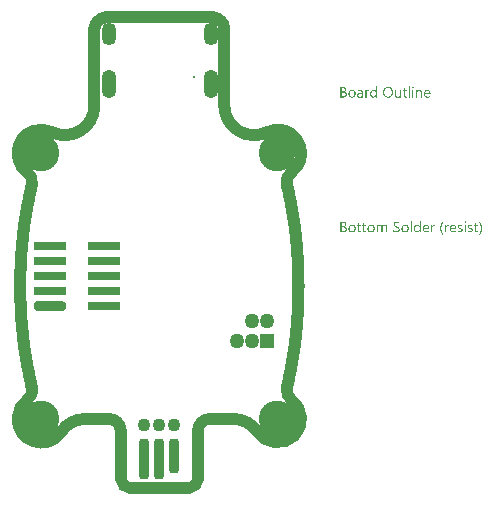
<source format=gbs>
G04*
G04 #@! TF.GenerationSoftware,Altium Limited,Altium Designer,21.9.2 (33)*
G04*
G04 Layer_Color=16711935*
%FSAX25Y25*%
%MOIN*%
G70*
G04*
G04 #@! TF.SameCoordinates,9B662772-510A-46F8-AEF7-6368D3D20965*
G04*
G04*
G04 #@! TF.FilePolarity,Negative*
G04*
G01*
G75*
%ADD16C,0.03937*%
G04:AMPARAMS|DCode=58|XSize=49.21mil|YSize=72.84mil|CornerRadius=22.44mil|HoleSize=0mil|Usage=FLASHONLY|Rotation=180.000|XOffset=0mil|YOffset=0mil|HoleType=Round|Shape=RoundedRectangle|*
%AMROUNDEDRECTD58*
21,1,0.04921,0.02795,0,0,180.0*
21,1,0.00433,0.07284,0,0,180.0*
1,1,0.04488,-0.00217,0.01398*
1,1,0.04488,0.00217,0.01398*
1,1,0.04488,0.00217,-0.01398*
1,1,0.04488,-0.00217,-0.01398*
%
%ADD58ROUNDEDRECTD58*%
G04:AMPARAMS|DCode=59|XSize=49.21mil|YSize=92.52mil|CornerRadius=22.44mil|HoleSize=0mil|Usage=FLASHONLY|Rotation=180.000|XOffset=0mil|YOffset=0mil|HoleType=Round|Shape=RoundedRectangle|*
%AMROUNDEDRECTD59*
21,1,0.04921,0.04764,0,0,180.0*
21,1,0.00433,0.09252,0,0,180.0*
1,1,0.04488,-0.00217,0.02382*
1,1,0.04488,0.00217,0.02382*
1,1,0.04488,0.00217,-0.02382*
1,1,0.04488,-0.00217,-0.02382*
%
%ADD59ROUNDEDRECTD59*%
G04:AMPARAMS|DCode=60|XSize=5.91mil|YSize=5.91mil|CornerRadius=0mil|HoleSize=0mil|Usage=FLASHONLY|Rotation=180.000|XOffset=0mil|YOffset=0mil|HoleType=Round|Shape=RoundedRectangle|*
%AMROUNDEDRECTD60*
21,1,0.00591,0.00591,0,0,180.0*
21,1,0.00591,0.00591,0,0,180.0*
1,1,0.00000,-0.00295,0.00295*
1,1,0.00000,0.00295,0.00295*
1,1,0.00000,0.00295,-0.00295*
1,1,0.00000,-0.00295,-0.00295*
%
%ADD60ROUNDEDRECTD60*%
%ADD61C,0.00591*%
%ADD62C,0.12205*%
%ADD64C,0.04961*%
%ADD65R,0.04961X0.04961*%
G04:AMPARAMS|DCode=78|XSize=35.43mil|YSize=135.83mil|CornerRadius=13.82mil|HoleSize=0mil|Usage=FLASHONLY|Rotation=180.000|XOffset=0mil|YOffset=0mil|HoleType=Round|Shape=RoundedRectangle|*
%AMROUNDEDRECTD78*
21,1,0.03543,0.10819,0,0,180.0*
21,1,0.00780,0.13583,0,0,180.0*
1,1,0.02764,-0.00390,0.05409*
1,1,0.02764,0.00390,0.05409*
1,1,0.02764,0.00390,-0.05409*
1,1,0.02764,-0.00390,-0.05409*
%
%ADD78ROUNDEDRECTD78*%
G04:AMPARAMS|DCode=79|XSize=35.43mil|YSize=116.14mil|CornerRadius=13.82mil|HoleSize=0mil|Usage=FLASHONLY|Rotation=180.000|XOffset=0mil|YOffset=0mil|HoleType=Round|Shape=RoundedRectangle|*
%AMROUNDEDRECTD79*
21,1,0.03543,0.08850,0,0,180.0*
21,1,0.00780,0.11614,0,0,180.0*
1,1,0.02764,-0.00390,0.04425*
1,1,0.02764,0.00390,0.04425*
1,1,0.02764,0.00390,-0.04425*
1,1,0.02764,-0.00390,-0.04425*
%
%ADD79ROUNDEDRECTD79*%
%ADD80C,0.04331*%
G04:AMPARAMS|DCode=81|XSize=105.91mil|YSize=30.91mil|CornerRadius=9.2mil|HoleSize=0mil|Usage=FLASHONLY|Rotation=0.000|XOffset=0mil|YOffset=0mil|HoleType=Round|Shape=RoundedRectangle|*
%AMROUNDEDRECTD81*
21,1,0.10591,0.01250,0,0,0.0*
21,1,0.08750,0.03091,0,0,0.0*
1,1,0.01841,0.04375,-0.00625*
1,1,0.01841,-0.04375,-0.00625*
1,1,0.01841,-0.04375,0.00625*
1,1,0.01841,0.04375,0.00625*
%
%ADD81ROUNDEDRECTD81*%
%ADD82R,0.10591X0.03091*%
G36*
X0084544Y0066515D02*
X0084569D01*
X0084624Y0066491D01*
X0084655Y0066472D01*
X0084686Y0066447D01*
X0084692Y0066441D01*
X0084698Y0066435D01*
X0084729Y0066398D01*
X0084754Y0066336D01*
X0084760Y0066299D01*
X0084767Y0066262D01*
Y0066255D01*
Y0066243D01*
X0084760Y0066224D01*
X0084754Y0066200D01*
X0084736Y0066138D01*
X0084711Y0066107D01*
X0084686Y0066076D01*
X0084680D01*
X0084674Y0066064D01*
X0084637Y0066039D01*
X0084581Y0066014D01*
X0084544Y0066008D01*
X0084507Y0066002D01*
X0084488D01*
X0084469Y0066008D01*
X0084445D01*
X0084383Y0066033D01*
X0084352Y0066045D01*
X0084321Y0066070D01*
Y0066076D01*
X0084308Y0066082D01*
X0084296Y0066101D01*
X0084284Y0066119D01*
X0084259Y0066181D01*
X0084253Y0066218D01*
X0084247Y0066262D01*
Y0066268D01*
Y0066280D01*
X0084253Y0066299D01*
X0084259Y0066330D01*
X0084277Y0066386D01*
X0084296Y0066416D01*
X0084321Y0066447D01*
X0084327Y0066453D01*
X0084333Y0066460D01*
X0084370Y0066484D01*
X0084432Y0066509D01*
X0084469Y0066522D01*
X0084525D01*
X0084544Y0066515D01*
D02*
G37*
G36*
X0072554Y0062851D02*
X0072151D01*
Y0063272D01*
X0072139D01*
Y0063266D01*
X0072127Y0063253D01*
X0072108Y0063229D01*
X0072089Y0063198D01*
X0072058Y0063161D01*
X0072021Y0063123D01*
X0071978Y0063080D01*
X0071929Y0063037D01*
X0071873Y0062987D01*
X0071805Y0062944D01*
X0071737Y0062907D01*
X0071656Y0062870D01*
X0071576Y0062839D01*
X0071483Y0062814D01*
X0071384Y0062801D01*
X0071279Y0062795D01*
X0071235D01*
X0071198Y0062801D01*
X0071161Y0062808D01*
X0071111Y0062814D01*
X0071006Y0062839D01*
X0070882Y0062876D01*
X0070759Y0062938D01*
X0070691Y0062975D01*
X0070635Y0063018D01*
X0070573Y0063074D01*
X0070517Y0063130D01*
Y0063136D01*
X0070505Y0063148D01*
X0070492Y0063167D01*
X0070474Y0063191D01*
X0070455Y0063222D01*
X0070430Y0063266D01*
X0070406Y0063315D01*
X0070381Y0063371D01*
X0070350Y0063433D01*
X0070325Y0063501D01*
X0070301Y0063575D01*
X0070282Y0063656D01*
X0070263Y0063742D01*
X0070251Y0063841D01*
X0070245Y0063940D01*
X0070239Y0064046D01*
Y0064052D01*
Y0064070D01*
Y0064108D01*
X0070245Y0064151D01*
X0070251Y0064200D01*
X0070257Y0064262D01*
X0070263Y0064330D01*
X0070276Y0064405D01*
X0070313Y0064566D01*
X0070369Y0064733D01*
X0070406Y0064813D01*
X0070449Y0064894D01*
X0070492Y0064968D01*
X0070548Y0065042D01*
X0070554Y0065048D01*
X0070560Y0065061D01*
X0070579Y0065079D01*
X0070604Y0065104D01*
X0070635Y0065129D01*
X0070678Y0065160D01*
X0070722Y0065197D01*
X0070771Y0065234D01*
X0070895Y0065302D01*
X0071037Y0065364D01*
X0071118Y0065383D01*
X0071204Y0065401D01*
X0071291Y0065414D01*
X0071390Y0065420D01*
X0071439D01*
X0071477Y0065414D01*
X0071514Y0065407D01*
X0071563Y0065401D01*
X0071675Y0065370D01*
X0071798Y0065321D01*
X0071860Y0065290D01*
X0071922Y0065246D01*
X0071984Y0065203D01*
X0072040Y0065148D01*
X0072089Y0065086D01*
X0072139Y0065011D01*
X0072151D01*
Y0066571D01*
X0072554D01*
Y0062851D01*
D02*
G37*
G36*
X0086822Y0065414D02*
X0086896Y0065407D01*
X0086989Y0065389D01*
X0087088Y0065358D01*
X0087193Y0065308D01*
X0087298Y0065240D01*
X0087342Y0065203D01*
X0087385Y0065154D01*
X0087397Y0065141D01*
X0087422Y0065104D01*
X0087453Y0065042D01*
X0087496Y0064956D01*
X0087533Y0064850D01*
X0087571Y0064720D01*
X0087595Y0064566D01*
X0087602Y0064386D01*
Y0062851D01*
X0087199D01*
Y0064281D01*
Y0064287D01*
Y0064318D01*
X0087193Y0064355D01*
Y0064405D01*
X0087181Y0064467D01*
X0087168Y0064535D01*
X0087150Y0064609D01*
X0087125Y0064683D01*
X0087094Y0064758D01*
X0087057Y0064826D01*
X0087007Y0064894D01*
X0086952Y0064956D01*
X0086890Y0065005D01*
X0086809Y0065042D01*
X0086723Y0065073D01*
X0086617Y0065079D01*
X0086605D01*
X0086568Y0065073D01*
X0086512Y0065067D01*
X0086444Y0065048D01*
X0086364Y0065024D01*
X0086277Y0064980D01*
X0086197Y0064925D01*
X0086116Y0064850D01*
X0086110Y0064838D01*
X0086085Y0064813D01*
X0086054Y0064764D01*
X0086017Y0064696D01*
X0085980Y0064615D01*
X0085949Y0064516D01*
X0085924Y0064405D01*
X0085918Y0064281D01*
Y0062851D01*
X0085515D01*
Y0065364D01*
X0085918D01*
Y0064943D01*
X0085930D01*
X0085936Y0064949D01*
X0085943Y0064962D01*
X0085961Y0064986D01*
X0085986Y0065017D01*
X0086011Y0065055D01*
X0086048Y0065092D01*
X0086091Y0065135D01*
X0086141Y0065185D01*
X0086197Y0065228D01*
X0086258Y0065271D01*
X0086326Y0065308D01*
X0086401Y0065346D01*
X0086475Y0065377D01*
X0086562Y0065401D01*
X0086655Y0065414D01*
X0086753Y0065420D01*
X0086791D01*
X0086822Y0065414D01*
D02*
G37*
G36*
X0069824Y0065401D02*
X0069898Y0065395D01*
X0069942Y0065383D01*
X0069972Y0065370D01*
Y0064956D01*
X0069966Y0064962D01*
X0069954Y0064968D01*
X0069929Y0064980D01*
X0069898Y0064999D01*
X0069855Y0065011D01*
X0069799Y0065024D01*
X0069737Y0065030D01*
X0069669Y0065036D01*
X0069657D01*
X0069626Y0065030D01*
X0069576Y0065024D01*
X0069521Y0065005D01*
X0069446Y0064974D01*
X0069378Y0064931D01*
X0069304Y0064869D01*
X0069236Y0064788D01*
X0069230Y0064776D01*
X0069211Y0064745D01*
X0069180Y0064689D01*
X0069149Y0064615D01*
X0069118Y0064522D01*
X0069087Y0064405D01*
X0069069Y0064275D01*
X0069063Y0064126D01*
Y0062851D01*
X0068660D01*
Y0065364D01*
X0069063D01*
Y0064844D01*
X0069075D01*
Y0064850D01*
X0069081Y0064856D01*
X0069094Y0064887D01*
X0069112Y0064937D01*
X0069143Y0064999D01*
X0069174Y0065061D01*
X0069223Y0065129D01*
X0069273Y0065197D01*
X0069335Y0065259D01*
X0069341Y0065265D01*
X0069366Y0065284D01*
X0069403Y0065308D01*
X0069453Y0065333D01*
X0069508Y0065358D01*
X0069576Y0065383D01*
X0069651Y0065401D01*
X0069731Y0065407D01*
X0069787D01*
X0069824Y0065401D01*
D02*
G37*
G36*
X0080563Y0062851D02*
X0080161D01*
Y0063247D01*
X0080149D01*
Y0063241D01*
X0080136Y0063229D01*
X0080124Y0063204D01*
X0080099Y0063179D01*
X0080044Y0063105D01*
X0079957Y0063024D01*
X0079907Y0062981D01*
X0079852Y0062938D01*
X0079790Y0062901D01*
X0079716Y0062863D01*
X0079641Y0062839D01*
X0079561Y0062814D01*
X0079468Y0062801D01*
X0079375Y0062795D01*
X0079338D01*
X0079295Y0062801D01*
X0079233Y0062814D01*
X0079165Y0062826D01*
X0079090Y0062851D01*
X0079010Y0062882D01*
X0078929Y0062931D01*
X0078843Y0062987D01*
X0078762Y0063055D01*
X0078688Y0063142D01*
X0078620Y0063247D01*
X0078558Y0063365D01*
X0078515Y0063507D01*
X0078490Y0063674D01*
X0078478Y0063761D01*
Y0063860D01*
Y0065364D01*
X0078874D01*
Y0063922D01*
Y0063916D01*
Y0063891D01*
X0078880Y0063848D01*
X0078886Y0063798D01*
X0078892Y0063736D01*
X0078905Y0063674D01*
X0078923Y0063600D01*
X0078948Y0063526D01*
X0078985Y0063451D01*
X0079022Y0063383D01*
X0079072Y0063315D01*
X0079134Y0063253D01*
X0079202Y0063204D01*
X0079282Y0063167D01*
X0079381Y0063136D01*
X0079487Y0063130D01*
X0079499D01*
X0079536Y0063136D01*
X0079592Y0063142D01*
X0079654Y0063154D01*
X0079734Y0063185D01*
X0079815Y0063222D01*
X0079895Y0063272D01*
X0079969Y0063346D01*
X0079975Y0063359D01*
X0080000Y0063383D01*
X0080031Y0063433D01*
X0080068Y0063501D01*
X0080099Y0063581D01*
X0080130Y0063680D01*
X0080155Y0063792D01*
X0080161Y0063916D01*
Y0065364D01*
X0080563D01*
Y0062851D01*
D02*
G37*
G36*
X0084698D02*
X0084296D01*
Y0065364D01*
X0084698D01*
Y0062851D01*
D02*
G37*
G36*
X0083479D02*
X0083077D01*
Y0066571D01*
X0083479D01*
Y0062851D01*
D02*
G37*
G36*
X0067100Y0065414D02*
X0067156Y0065407D01*
X0067224Y0065389D01*
X0067298Y0065370D01*
X0067379Y0065339D01*
X0067466Y0065302D01*
X0067546Y0065253D01*
X0067626Y0065191D01*
X0067701Y0065117D01*
X0067769Y0065024D01*
X0067825Y0064918D01*
X0067868Y0064795D01*
X0067893Y0064652D01*
X0067905Y0064485D01*
Y0062851D01*
X0067503D01*
Y0063241D01*
X0067490D01*
Y0063235D01*
X0067478Y0063222D01*
X0067466Y0063198D01*
X0067441Y0063173D01*
X0067379Y0063099D01*
X0067298Y0063018D01*
X0067187Y0062938D01*
X0067057Y0062863D01*
X0066976Y0062839D01*
X0066896Y0062814D01*
X0066809Y0062801D01*
X0066716Y0062795D01*
X0066679D01*
X0066655Y0062801D01*
X0066587Y0062808D01*
X0066506Y0062820D01*
X0066407Y0062845D01*
X0066314Y0062876D01*
X0066215Y0062925D01*
X0066128Y0062987D01*
X0066122Y0062999D01*
X0066097Y0063024D01*
X0066060Y0063068D01*
X0066023Y0063130D01*
X0065986Y0063204D01*
X0065949Y0063291D01*
X0065924Y0063396D01*
X0065918Y0063513D01*
Y0063520D01*
Y0063544D01*
X0065924Y0063581D01*
X0065930Y0063625D01*
X0065943Y0063680D01*
X0065961Y0063742D01*
X0065986Y0063810D01*
X0066023Y0063879D01*
X0066067Y0063953D01*
X0066122Y0064027D01*
X0066190Y0064095D01*
X0066271Y0064157D01*
X0066364Y0064219D01*
X0066475Y0064268D01*
X0066599Y0064306D01*
X0066747Y0064337D01*
X0067503Y0064442D01*
Y0064448D01*
Y0064467D01*
X0067497Y0064504D01*
Y0064541D01*
X0067484Y0064590D01*
X0067478Y0064646D01*
X0067441Y0064764D01*
X0067410Y0064819D01*
X0067379Y0064875D01*
X0067335Y0064931D01*
X0067286Y0064980D01*
X0067224Y0065024D01*
X0067156Y0065055D01*
X0067076Y0065073D01*
X0066983Y0065079D01*
X0066939D01*
X0066908Y0065073D01*
X0066865D01*
X0066822Y0065061D01*
X0066710Y0065042D01*
X0066587Y0065005D01*
X0066450Y0064949D01*
X0066376Y0064912D01*
X0066308Y0064875D01*
X0066234Y0064826D01*
X0066166Y0064770D01*
Y0065185D01*
X0066172D01*
X0066184Y0065197D01*
X0066203Y0065209D01*
X0066234Y0065222D01*
X0066265Y0065240D01*
X0066308Y0065259D01*
X0066357Y0065277D01*
X0066413Y0065302D01*
X0066537Y0065346D01*
X0066686Y0065383D01*
X0066847Y0065407D01*
X0067020Y0065420D01*
X0067057D01*
X0067100Y0065414D01*
D02*
G37*
G36*
X0061412Y0066361D02*
X0061455D01*
X0061498Y0066355D01*
X0061597Y0066342D01*
X0061715Y0066311D01*
X0061839Y0066274D01*
X0061956Y0066218D01*
X0062062Y0066144D01*
X0062068D01*
X0062074Y0066132D01*
X0062105Y0066107D01*
X0062148Y0066057D01*
X0062198Y0065989D01*
X0062241Y0065903D01*
X0062284Y0065804D01*
X0062315Y0065692D01*
X0062328Y0065630D01*
Y0065562D01*
Y0065556D01*
Y0065550D01*
Y0065513D01*
X0062322Y0065457D01*
X0062309Y0065389D01*
X0062291Y0065302D01*
X0062260Y0065215D01*
X0062223Y0065129D01*
X0062167Y0065042D01*
X0062161Y0065030D01*
X0062136Y0065005D01*
X0062099Y0064968D01*
X0062049Y0064918D01*
X0061987Y0064869D01*
X0061913Y0064813D01*
X0061820Y0064770D01*
X0061721Y0064727D01*
Y0064720D01*
X0061740D01*
X0061758Y0064714D01*
X0061777Y0064708D01*
X0061845Y0064696D01*
X0061926Y0064671D01*
X0062012Y0064634D01*
X0062105Y0064590D01*
X0062198Y0064529D01*
X0062284Y0064448D01*
X0062297Y0064436D01*
X0062322Y0064405D01*
X0062353Y0064361D01*
X0062396Y0064293D01*
X0062433Y0064207D01*
X0062470Y0064108D01*
X0062495Y0063990D01*
X0062501Y0063860D01*
Y0063854D01*
Y0063841D01*
Y0063817D01*
X0062495Y0063786D01*
X0062489Y0063749D01*
X0062483Y0063705D01*
X0062458Y0063600D01*
X0062421Y0063482D01*
X0062365Y0063359D01*
X0062328Y0063303D01*
X0062284Y0063241D01*
X0062229Y0063185D01*
X0062173Y0063130D01*
X0062167D01*
X0062161Y0063117D01*
X0062142Y0063105D01*
X0062117Y0063086D01*
X0062086Y0063068D01*
X0062043Y0063043D01*
X0061950Y0062993D01*
X0061833Y0062938D01*
X0061696Y0062894D01*
X0061536Y0062863D01*
X0061455Y0062857D01*
X0061362Y0062851D01*
X0060335D01*
Y0066367D01*
X0061381D01*
X0061412Y0066361D01*
D02*
G37*
G36*
X0081907Y0065364D02*
X0082544D01*
Y0065017D01*
X0081907D01*
Y0063600D01*
Y0063588D01*
Y0063557D01*
X0081913Y0063513D01*
X0081919Y0063458D01*
X0081944Y0063340D01*
X0081963Y0063284D01*
X0081993Y0063241D01*
X0082000Y0063235D01*
X0082012Y0063222D01*
X0082031Y0063210D01*
X0082061Y0063191D01*
X0082099Y0063167D01*
X0082148Y0063154D01*
X0082210Y0063142D01*
X0082278Y0063136D01*
X0082303D01*
X0082334Y0063142D01*
X0082371Y0063148D01*
X0082458Y0063173D01*
X0082501Y0063191D01*
X0082544Y0063216D01*
Y0062870D01*
X0082538D01*
X0082520Y0062857D01*
X0082489Y0062851D01*
X0082445Y0062839D01*
X0082390Y0062826D01*
X0082328Y0062814D01*
X0082253Y0062808D01*
X0082167Y0062801D01*
X0082136D01*
X0082105Y0062808D01*
X0082061Y0062814D01*
X0082012Y0062826D01*
X0081956Y0062839D01*
X0081901Y0062863D01*
X0081839Y0062894D01*
X0081777Y0062931D01*
X0081715Y0062981D01*
X0081659Y0063037D01*
X0081610Y0063111D01*
X0081566Y0063191D01*
X0081535Y0063291D01*
X0081511Y0063402D01*
X0081504Y0063532D01*
Y0065017D01*
X0081077D01*
Y0065364D01*
X0081504D01*
Y0065977D01*
X0081907Y0066107D01*
Y0065364D01*
D02*
G37*
G36*
X0089434Y0065414D02*
X0089477Y0065407D01*
X0089521Y0065401D01*
X0089632Y0065383D01*
X0089756Y0065339D01*
X0089880Y0065284D01*
X0089941Y0065246D01*
X0090003Y0065203D01*
X0090059Y0065154D01*
X0090115Y0065098D01*
X0090121Y0065092D01*
X0090127Y0065086D01*
X0090140Y0065067D01*
X0090158Y0065042D01*
X0090177Y0065005D01*
X0090201Y0064968D01*
X0090226Y0064925D01*
X0090251Y0064869D01*
X0090276Y0064807D01*
X0090300Y0064745D01*
X0090325Y0064671D01*
X0090344Y0064590D01*
X0090362Y0064504D01*
X0090375Y0064417D01*
X0090387Y0064318D01*
Y0064213D01*
Y0064002D01*
X0088611D01*
Y0063996D01*
Y0063984D01*
Y0063965D01*
X0088617Y0063934D01*
X0088623Y0063897D01*
Y0063860D01*
X0088642Y0063761D01*
X0088673Y0063662D01*
X0088710Y0063550D01*
X0088765Y0063445D01*
X0088833Y0063352D01*
X0088846Y0063340D01*
X0088871Y0063315D01*
X0088920Y0063284D01*
X0088988Y0063241D01*
X0089075Y0063198D01*
X0089174Y0063167D01*
X0089291Y0063142D01*
X0089428Y0063130D01*
X0089471D01*
X0089502Y0063136D01*
X0089539D01*
X0089582Y0063142D01*
X0089688Y0063167D01*
X0089805Y0063198D01*
X0089935Y0063247D01*
X0090071Y0063315D01*
X0090140Y0063359D01*
X0090208Y0063408D01*
Y0063030D01*
X0090201D01*
X0090195Y0063018D01*
X0090177Y0063012D01*
X0090146Y0062993D01*
X0090115Y0062975D01*
X0090078Y0062956D01*
X0090028Y0062938D01*
X0089978Y0062913D01*
X0089917Y0062888D01*
X0089849Y0062870D01*
X0089700Y0062832D01*
X0089527Y0062808D01*
X0089335Y0062795D01*
X0089285D01*
X0089248Y0062801D01*
X0089205Y0062808D01*
X0089149Y0062814D01*
X0089031Y0062839D01*
X0088895Y0062876D01*
X0088759Y0062938D01*
X0088691Y0062981D01*
X0088623Y0063024D01*
X0088561Y0063074D01*
X0088499Y0063136D01*
X0088493Y0063142D01*
X0088487Y0063154D01*
X0088474Y0063173D01*
X0088450Y0063198D01*
X0088431Y0063235D01*
X0088406Y0063278D01*
X0088375Y0063328D01*
X0088351Y0063383D01*
X0088320Y0063445D01*
X0088295Y0063520D01*
X0088264Y0063600D01*
X0088245Y0063687D01*
X0088227Y0063779D01*
X0088208Y0063879D01*
X0088202Y0063984D01*
X0088196Y0064095D01*
Y0064101D01*
Y0064120D01*
Y0064151D01*
X0088202Y0064194D01*
X0088208Y0064244D01*
X0088214Y0064299D01*
X0088221Y0064368D01*
X0088239Y0064436D01*
X0088276Y0064584D01*
X0088332Y0064745D01*
X0088369Y0064826D01*
X0088419Y0064900D01*
X0088468Y0064980D01*
X0088524Y0065048D01*
X0088530Y0065055D01*
X0088542Y0065067D01*
X0088561Y0065086D01*
X0088586Y0065104D01*
X0088617Y0065135D01*
X0088654Y0065166D01*
X0088703Y0065197D01*
X0088753Y0065234D01*
X0088871Y0065302D01*
X0089013Y0065364D01*
X0089093Y0065383D01*
X0089174Y0065401D01*
X0089261Y0065414D01*
X0089353Y0065420D01*
X0089403D01*
X0089434Y0065414D01*
D02*
G37*
G36*
X0076392Y0066423D02*
X0076453Y0066416D01*
X0076528Y0066404D01*
X0076608Y0066386D01*
X0076695Y0066367D01*
X0076781Y0066342D01*
X0076881Y0066311D01*
X0076973Y0066268D01*
X0077072Y0066218D01*
X0077171Y0066163D01*
X0077264Y0066094D01*
X0077357Y0066020D01*
X0077444Y0065934D01*
X0077450Y0065927D01*
X0077462Y0065909D01*
X0077487Y0065884D01*
X0077512Y0065847D01*
X0077549Y0065797D01*
X0077586Y0065736D01*
X0077623Y0065667D01*
X0077667Y0065593D01*
X0077710Y0065500D01*
X0077747Y0065407D01*
X0077784Y0065302D01*
X0077821Y0065185D01*
X0077846Y0065067D01*
X0077871Y0064937D01*
X0077883Y0064795D01*
X0077890Y0064652D01*
Y0064640D01*
Y0064615D01*
Y0064572D01*
X0077883Y0064510D01*
X0077877Y0064436D01*
X0077865Y0064355D01*
X0077852Y0064262D01*
X0077834Y0064157D01*
X0077809Y0064052D01*
X0077778Y0063940D01*
X0077741Y0063829D01*
X0077698Y0063718D01*
X0077642Y0063600D01*
X0077580Y0063495D01*
X0077512Y0063389D01*
X0077431Y0063291D01*
X0077425Y0063284D01*
X0077413Y0063272D01*
X0077382Y0063247D01*
X0077351Y0063216D01*
X0077301Y0063173D01*
X0077246Y0063136D01*
X0077184Y0063086D01*
X0077109Y0063043D01*
X0077029Y0062999D01*
X0076936Y0062950D01*
X0076837Y0062913D01*
X0076726Y0062876D01*
X0076608Y0062839D01*
X0076484Y0062814D01*
X0076354Y0062801D01*
X0076212Y0062795D01*
X0076181D01*
X0076138Y0062801D01*
X0076088D01*
X0076026Y0062808D01*
X0075952Y0062820D01*
X0075871Y0062839D01*
X0075779Y0062857D01*
X0075686Y0062882D01*
X0075587Y0062913D01*
X0075488Y0062956D01*
X0075389Y0062999D01*
X0075290Y0063055D01*
X0075191Y0063123D01*
X0075098Y0063198D01*
X0075011Y0063284D01*
X0075005Y0063291D01*
X0074993Y0063309D01*
X0074968Y0063334D01*
X0074943Y0063371D01*
X0074906Y0063420D01*
X0074869Y0063482D01*
X0074832Y0063550D01*
X0074788Y0063631D01*
X0074745Y0063718D01*
X0074708Y0063810D01*
X0074671Y0063916D01*
X0074634Y0064033D01*
X0074609Y0064151D01*
X0074584Y0064281D01*
X0074572Y0064423D01*
X0074565Y0064566D01*
Y0064578D01*
Y0064603D01*
X0074572Y0064646D01*
Y0064708D01*
X0074578Y0064776D01*
X0074590Y0064863D01*
X0074603Y0064956D01*
X0074621Y0065055D01*
X0074646Y0065160D01*
X0074677Y0065271D01*
X0074714Y0065383D01*
X0074757Y0065494D01*
X0074813Y0065605D01*
X0074875Y0065717D01*
X0074943Y0065822D01*
X0075024Y0065921D01*
X0075030Y0065927D01*
X0075042Y0065946D01*
X0075073Y0065971D01*
X0075110Y0066002D01*
X0075153Y0066039D01*
X0075209Y0066082D01*
X0075277Y0066126D01*
X0075352Y0066175D01*
X0075438Y0066224D01*
X0075531Y0066268D01*
X0075630Y0066311D01*
X0075741Y0066348D01*
X0075865Y0066379D01*
X0075995Y0066410D01*
X0076131Y0066423D01*
X0076274Y0066429D01*
X0076342D01*
X0076392Y0066423D01*
D02*
G37*
G36*
X0064364Y0065414D02*
X0064408Y0065407D01*
X0064463Y0065401D01*
X0064587Y0065377D01*
X0064729Y0065333D01*
X0064872Y0065271D01*
X0064946Y0065234D01*
X0065014Y0065191D01*
X0065082Y0065135D01*
X0065144Y0065073D01*
X0065150Y0065067D01*
X0065157Y0065055D01*
X0065175Y0065036D01*
X0065194Y0065011D01*
X0065219Y0064974D01*
X0065243Y0064931D01*
X0065274Y0064881D01*
X0065305Y0064826D01*
X0065330Y0064758D01*
X0065361Y0064689D01*
X0065386Y0064609D01*
X0065410Y0064522D01*
X0065429Y0064429D01*
X0065448Y0064330D01*
X0065454Y0064225D01*
X0065460Y0064114D01*
Y0064108D01*
Y0064089D01*
Y0064058D01*
X0065454Y0064015D01*
X0065448Y0063965D01*
X0065441Y0063903D01*
X0065429Y0063841D01*
X0065417Y0063767D01*
X0065380Y0063618D01*
X0065318Y0063458D01*
X0065280Y0063377D01*
X0065231Y0063297D01*
X0065181Y0063222D01*
X0065119Y0063154D01*
X0065113Y0063148D01*
X0065101Y0063142D01*
X0065082Y0063123D01*
X0065058Y0063099D01*
X0065021Y0063074D01*
X0064983Y0063043D01*
X0064934Y0063006D01*
X0064878Y0062975D01*
X0064816Y0062944D01*
X0064748Y0062907D01*
X0064674Y0062876D01*
X0064593Y0062851D01*
X0064507Y0062826D01*
X0064414Y0062814D01*
X0064315Y0062801D01*
X0064210Y0062795D01*
X0064154D01*
X0064117Y0062801D01*
X0064073Y0062808D01*
X0064018Y0062814D01*
X0063956Y0062826D01*
X0063888Y0062839D01*
X0063745Y0062882D01*
X0063597Y0062944D01*
X0063522Y0062981D01*
X0063454Y0063030D01*
X0063386Y0063080D01*
X0063318Y0063142D01*
X0063312Y0063148D01*
X0063306Y0063161D01*
X0063287Y0063179D01*
X0063269Y0063204D01*
X0063244Y0063241D01*
X0063213Y0063284D01*
X0063182Y0063334D01*
X0063157Y0063389D01*
X0063126Y0063458D01*
X0063095Y0063526D01*
X0063064Y0063600D01*
X0063040Y0063687D01*
X0063003Y0063872D01*
X0062996Y0063971D01*
X0062990Y0064077D01*
Y0064083D01*
Y0064108D01*
Y0064139D01*
X0062996Y0064182D01*
X0063003Y0064231D01*
X0063009Y0064293D01*
X0063021Y0064361D01*
X0063033Y0064436D01*
X0063071Y0064597D01*
X0063133Y0064758D01*
X0063176Y0064838D01*
X0063219Y0064918D01*
X0063269Y0064993D01*
X0063331Y0065061D01*
X0063337Y0065067D01*
X0063349Y0065079D01*
X0063368Y0065092D01*
X0063393Y0065117D01*
X0063430Y0065141D01*
X0063473Y0065172D01*
X0063522Y0065209D01*
X0063578Y0065240D01*
X0063640Y0065271D01*
X0063714Y0065308D01*
X0063789Y0065339D01*
X0063875Y0065364D01*
X0063962Y0065389D01*
X0064061Y0065407D01*
X0064166Y0065414D01*
X0064271Y0065420D01*
X0064327D01*
X0064364Y0065414D01*
D02*
G37*
G36*
X0101975Y0021589D02*
X0101999D01*
X0102055Y0021564D01*
X0102086Y0021546D01*
X0102117Y0021521D01*
X0102123Y0021515D01*
X0102129Y0021508D01*
X0102161Y0021471D01*
X0102185Y0021409D01*
X0102191Y0021372D01*
X0102198Y0021335D01*
Y0021329D01*
Y0021317D01*
X0102191Y0021298D01*
X0102185Y0021273D01*
X0102167Y0021211D01*
X0102142Y0021180D01*
X0102117Y0021149D01*
X0102111D01*
X0102105Y0021137D01*
X0102068Y0021112D01*
X0102012Y0021088D01*
X0101975Y0021081D01*
X0101938Y0021075D01*
X0101919D01*
X0101900Y0021081D01*
X0101876D01*
X0101814Y0021106D01*
X0101783Y0021118D01*
X0101752Y0021143D01*
Y0021149D01*
X0101740Y0021156D01*
X0101727Y0021174D01*
X0101715Y0021193D01*
X0101690Y0021255D01*
X0101684Y0021292D01*
X0101678Y0021335D01*
Y0021341D01*
Y0021354D01*
X0101684Y0021372D01*
X0101690Y0021403D01*
X0101709Y0021459D01*
X0101727Y0021490D01*
X0101752Y0021521D01*
X0101758Y0021527D01*
X0101764Y0021533D01*
X0101801Y0021558D01*
X0101863Y0021583D01*
X0101900Y0021595D01*
X0101956D01*
X0101975Y0021589D01*
D02*
G37*
G36*
X0079406Y0021496D02*
X0079456D01*
X0079567Y0021484D01*
X0079691Y0021471D01*
X0079815Y0021447D01*
X0079932Y0021416D01*
X0079982Y0021397D01*
X0080031Y0021372D01*
Y0020908D01*
X0080025D01*
X0080019Y0020920D01*
X0080000Y0020927D01*
X0079975Y0020945D01*
X0079945Y0020958D01*
X0079907Y0020976D01*
X0079815Y0021020D01*
X0079703Y0021057D01*
X0079567Y0021094D01*
X0079406Y0021118D01*
X0079233Y0021125D01*
X0079183D01*
X0079146Y0021118D01*
X0079109D01*
X0079059Y0021112D01*
X0078960Y0021094D01*
X0078954D01*
X0078936Y0021088D01*
X0078911Y0021081D01*
X0078880Y0021075D01*
X0078806Y0021044D01*
X0078719Y0021007D01*
X0078713D01*
X0078700Y0020995D01*
X0078682Y0020982D01*
X0078657Y0020964D01*
X0078601Y0020908D01*
X0078546Y0020840D01*
Y0020834D01*
X0078533Y0020821D01*
X0078527Y0020803D01*
X0078515Y0020772D01*
X0078502Y0020735D01*
X0078496Y0020698D01*
X0078484Y0020599D01*
Y0020592D01*
Y0020574D01*
Y0020549D01*
X0078490Y0020518D01*
X0078502Y0020444D01*
X0078533Y0020363D01*
Y0020357D01*
X0078546Y0020345D01*
X0078552Y0020326D01*
X0078570Y0020301D01*
X0078620Y0020246D01*
X0078682Y0020184D01*
X0078688Y0020178D01*
X0078700Y0020171D01*
X0078719Y0020153D01*
X0078750Y0020134D01*
X0078787Y0020109D01*
X0078824Y0020085D01*
X0078923Y0020023D01*
X0078929Y0020017D01*
X0078948Y0020010D01*
X0078979Y0019992D01*
X0079016Y0019973D01*
X0079066Y0019949D01*
X0079121Y0019924D01*
X0079245Y0019862D01*
X0079251Y0019856D01*
X0079276Y0019843D01*
X0079313Y0019825D01*
X0079363Y0019800D01*
X0079418Y0019775D01*
X0079480Y0019738D01*
X0079604Y0019664D01*
X0079610Y0019658D01*
X0079635Y0019645D01*
X0079666Y0019627D01*
X0079709Y0019596D01*
X0079802Y0019522D01*
X0079901Y0019435D01*
X0079907Y0019429D01*
X0079926Y0019416D01*
X0079945Y0019385D01*
X0079975Y0019354D01*
X0080006Y0019311D01*
X0080044Y0019268D01*
X0080106Y0019156D01*
X0080112Y0019150D01*
X0080118Y0019131D01*
X0080130Y0019101D01*
X0080143Y0019057D01*
X0080155Y0019008D01*
X0080167Y0018946D01*
X0080180Y0018884D01*
Y0018810D01*
Y0018797D01*
Y0018766D01*
X0080174Y0018717D01*
X0080167Y0018655D01*
X0080155Y0018587D01*
X0080136Y0018512D01*
X0080112Y0018438D01*
X0080075Y0018370D01*
X0080068Y0018364D01*
X0080056Y0018339D01*
X0080031Y0018308D01*
X0080006Y0018265D01*
X0079963Y0018222D01*
X0079920Y0018172D01*
X0079864Y0018123D01*
X0079802Y0018073D01*
X0079796Y0018067D01*
X0079771Y0018055D01*
X0079734Y0018036D01*
X0079685Y0018011D01*
X0079629Y0017986D01*
X0079561Y0017962D01*
X0079480Y0017937D01*
X0079400Y0017918D01*
X0079387D01*
X0079363Y0017912D01*
X0079319Y0017906D01*
X0079258Y0017894D01*
X0079189Y0017887D01*
X0079109Y0017875D01*
X0079022Y0017869D01*
X0078874D01*
X0078806Y0017875D01*
X0078719Y0017881D01*
X0078700D01*
X0078676Y0017887D01*
X0078645Y0017894D01*
X0078564Y0017900D01*
X0078471Y0017918D01*
X0078465D01*
X0078447Y0017924D01*
X0078422Y0017931D01*
X0078391Y0017937D01*
X0078317Y0017955D01*
X0078230Y0017980D01*
X0078224D01*
X0078211Y0017986D01*
X0078193Y0017993D01*
X0078168Y0018005D01*
X0078106Y0018030D01*
X0078044Y0018067D01*
Y0018550D01*
X0078050Y0018543D01*
X0078063Y0018537D01*
X0078075Y0018525D01*
X0078100Y0018506D01*
X0078168Y0018463D01*
X0078249Y0018414D01*
X0078255D01*
X0078267Y0018407D01*
X0078292Y0018395D01*
X0078323Y0018383D01*
X0078403Y0018345D01*
X0078490Y0018314D01*
X0078496D01*
X0078515Y0018308D01*
X0078539Y0018302D01*
X0078570Y0018296D01*
X0078657Y0018271D01*
X0078750Y0018252D01*
X0078775D01*
X0078799Y0018246D01*
X0078830D01*
X0078905Y0018240D01*
X0078991Y0018234D01*
X0079053D01*
X0079121Y0018240D01*
X0079208Y0018252D01*
X0079301Y0018265D01*
X0079394Y0018290D01*
X0079480Y0018327D01*
X0079561Y0018370D01*
X0079567Y0018376D01*
X0079592Y0018395D01*
X0079623Y0018432D01*
X0079654Y0018475D01*
X0079691Y0018531D01*
X0079716Y0018605D01*
X0079740Y0018686D01*
X0079747Y0018779D01*
Y0018785D01*
Y0018803D01*
Y0018828D01*
X0079740Y0018865D01*
X0079722Y0018946D01*
X0079685Y0019026D01*
Y0019033D01*
X0079672Y0019045D01*
X0079660Y0019063D01*
X0079641Y0019088D01*
X0079585Y0019150D01*
X0079511Y0019218D01*
X0079505Y0019224D01*
X0079493Y0019237D01*
X0079468Y0019249D01*
X0079437Y0019274D01*
X0079400Y0019299D01*
X0079356Y0019330D01*
X0079251Y0019385D01*
X0079245Y0019391D01*
X0079226Y0019398D01*
X0079196Y0019416D01*
X0079152Y0019435D01*
X0079109Y0019466D01*
X0079053Y0019490D01*
X0078923Y0019559D01*
X0078917Y0019565D01*
X0078892Y0019577D01*
X0078855Y0019596D01*
X0078812Y0019614D01*
X0078762Y0019645D01*
X0078707Y0019676D01*
X0078583Y0019744D01*
X0078577Y0019750D01*
X0078558Y0019763D01*
X0078527Y0019782D01*
X0078490Y0019806D01*
X0078397Y0019874D01*
X0078304Y0019955D01*
X0078298Y0019961D01*
X0078286Y0019973D01*
X0078261Y0019998D01*
X0078236Y0020029D01*
X0078205Y0020072D01*
X0078174Y0020116D01*
X0078118Y0020215D01*
Y0020221D01*
X0078106Y0020240D01*
X0078100Y0020270D01*
X0078088Y0020314D01*
X0078075Y0020363D01*
X0078063Y0020425D01*
X0078057Y0020487D01*
X0078050Y0020561D01*
Y0020574D01*
Y0020605D01*
X0078057Y0020648D01*
X0078063Y0020704D01*
X0078075Y0020772D01*
X0078094Y0020840D01*
X0078118Y0020908D01*
X0078156Y0020976D01*
X0078162Y0020982D01*
X0078174Y0021007D01*
X0078199Y0021038D01*
X0078230Y0021081D01*
X0078267Y0021125D01*
X0078317Y0021174D01*
X0078372Y0021224D01*
X0078434Y0021267D01*
X0078440Y0021273D01*
X0078465Y0021286D01*
X0078502Y0021310D01*
X0078546Y0021335D01*
X0078607Y0021360D01*
X0078669Y0021391D01*
X0078744Y0021416D01*
X0078824Y0021440D01*
X0078837D01*
X0078861Y0021453D01*
X0078905Y0021459D01*
X0078966Y0021471D01*
X0079035Y0021484D01*
X0079109Y0021490D01*
X0079276Y0021502D01*
X0079363D01*
X0079406Y0021496D01*
D02*
G37*
G36*
X0087137Y0017924D02*
X0086735D01*
Y0018345D01*
X0086723D01*
Y0018339D01*
X0086710Y0018327D01*
X0086692Y0018302D01*
X0086673Y0018271D01*
X0086642Y0018234D01*
X0086605Y0018197D01*
X0086562Y0018154D01*
X0086512Y0018110D01*
X0086456Y0018061D01*
X0086388Y0018017D01*
X0086320Y0017980D01*
X0086240Y0017943D01*
X0086159Y0017912D01*
X0086067Y0017887D01*
X0085967Y0017875D01*
X0085862Y0017869D01*
X0085819D01*
X0085782Y0017875D01*
X0085745Y0017881D01*
X0085695Y0017887D01*
X0085590Y0017912D01*
X0085466Y0017949D01*
X0085342Y0018011D01*
X0085274Y0018048D01*
X0085218Y0018092D01*
X0085157Y0018147D01*
X0085101Y0018203D01*
Y0018209D01*
X0085088Y0018222D01*
X0085076Y0018240D01*
X0085057Y0018265D01*
X0085039Y0018296D01*
X0085014Y0018339D01*
X0084989Y0018389D01*
X0084965Y0018444D01*
X0084934Y0018506D01*
X0084909Y0018574D01*
X0084884Y0018649D01*
X0084866Y0018729D01*
X0084847Y0018816D01*
X0084835Y0018915D01*
X0084829Y0019014D01*
X0084822Y0019119D01*
Y0019125D01*
Y0019144D01*
Y0019181D01*
X0084829Y0019224D01*
X0084835Y0019274D01*
X0084841Y0019336D01*
X0084847Y0019404D01*
X0084859Y0019478D01*
X0084897Y0019639D01*
X0084952Y0019806D01*
X0084989Y0019887D01*
X0085033Y0019967D01*
X0085076Y0020042D01*
X0085132Y0020116D01*
X0085138Y0020122D01*
X0085144Y0020134D01*
X0085163Y0020153D01*
X0085188Y0020178D01*
X0085218Y0020202D01*
X0085262Y0020233D01*
X0085305Y0020270D01*
X0085355Y0020308D01*
X0085478Y0020376D01*
X0085621Y0020438D01*
X0085701Y0020456D01*
X0085788Y0020475D01*
X0085875Y0020487D01*
X0085974Y0020493D01*
X0086023D01*
X0086060Y0020487D01*
X0086097Y0020481D01*
X0086147Y0020475D01*
X0086258Y0020444D01*
X0086382Y0020394D01*
X0086444Y0020363D01*
X0086506Y0020320D01*
X0086568Y0020277D01*
X0086624Y0020221D01*
X0086673Y0020159D01*
X0086723Y0020085D01*
X0086735D01*
Y0021645D01*
X0087137D01*
Y0017924D01*
D02*
G37*
G36*
X0103881Y0020487D02*
X0103962Y0020481D01*
X0104048Y0020469D01*
X0104148Y0020444D01*
X0104246Y0020419D01*
X0104346Y0020382D01*
Y0019973D01*
X0104333Y0019980D01*
X0104296Y0020004D01*
X0104240Y0020029D01*
X0104166Y0020066D01*
X0104073Y0020097D01*
X0103962Y0020128D01*
X0103838Y0020147D01*
X0103708Y0020153D01*
X0103640D01*
X0103578Y0020141D01*
X0103504Y0020128D01*
X0103498D01*
X0103491Y0020122D01*
X0103454Y0020109D01*
X0103405Y0020085D01*
X0103349Y0020054D01*
X0103337Y0020048D01*
X0103312Y0020023D01*
X0103281Y0019986D01*
X0103250Y0019942D01*
X0103244Y0019930D01*
X0103231Y0019899D01*
X0103219Y0019856D01*
X0103213Y0019800D01*
Y0019794D01*
Y0019782D01*
Y0019763D01*
X0103219Y0019744D01*
X0103231Y0019689D01*
X0103250Y0019633D01*
X0103256Y0019621D01*
X0103275Y0019596D01*
X0103312Y0019559D01*
X0103355Y0019515D01*
X0103361D01*
X0103367Y0019509D01*
X0103405Y0019484D01*
X0103454Y0019453D01*
X0103522Y0019422D01*
X0103528D01*
X0103541Y0019416D01*
X0103559Y0019410D01*
X0103590Y0019398D01*
X0103658Y0019373D01*
X0103745Y0019336D01*
X0103751D01*
X0103776Y0019323D01*
X0103807Y0019311D01*
X0103844Y0019299D01*
X0103943Y0019255D01*
X0104042Y0019206D01*
X0104048D01*
X0104067Y0019193D01*
X0104092Y0019181D01*
X0104123Y0019162D01*
X0104197Y0019113D01*
X0104271Y0019051D01*
X0104277Y0019045D01*
X0104290Y0019039D01*
X0104302Y0019020D01*
X0104327Y0018995D01*
X0104370Y0018933D01*
X0104414Y0018853D01*
Y0018847D01*
X0104420Y0018834D01*
X0104432Y0018810D01*
X0104438Y0018779D01*
X0104451Y0018742D01*
X0104457Y0018698D01*
X0104463Y0018593D01*
Y0018587D01*
Y0018562D01*
X0104457Y0018525D01*
X0104451Y0018482D01*
X0104445Y0018432D01*
X0104426Y0018376D01*
X0104407Y0018327D01*
X0104376Y0018271D01*
X0104370Y0018265D01*
X0104364Y0018246D01*
X0104346Y0018222D01*
X0104321Y0018191D01*
X0104290Y0018154D01*
X0104253Y0018116D01*
X0104160Y0018042D01*
X0104154Y0018036D01*
X0104135Y0018030D01*
X0104110Y0018011D01*
X0104067Y0017993D01*
X0104024Y0017968D01*
X0103968Y0017949D01*
X0103912Y0017931D01*
X0103844Y0017912D01*
X0103838D01*
X0103813Y0017906D01*
X0103776Y0017900D01*
X0103733Y0017894D01*
X0103671Y0017881D01*
X0103609Y0017875D01*
X0103467Y0017869D01*
X0103405D01*
X0103330Y0017875D01*
X0103237Y0017887D01*
X0103132Y0017906D01*
X0103021Y0017931D01*
X0102909Y0017962D01*
X0102798Y0018011D01*
Y0018444D01*
X0102804D01*
X0102810Y0018432D01*
X0102829Y0018420D01*
X0102854Y0018407D01*
X0102922Y0018370D01*
X0103015Y0018327D01*
X0103120Y0018277D01*
X0103244Y0018240D01*
X0103380Y0018215D01*
X0103522Y0018203D01*
X0103572D01*
X0103603Y0018209D01*
X0103689Y0018222D01*
X0103788Y0018246D01*
X0103881Y0018290D01*
X0103925Y0018321D01*
X0103968Y0018352D01*
X0103999Y0018395D01*
X0104024Y0018438D01*
X0104042Y0018494D01*
X0104048Y0018556D01*
Y0018562D01*
Y0018574D01*
Y0018593D01*
X0104042Y0018612D01*
X0104030Y0018667D01*
X0104005Y0018723D01*
Y0018729D01*
X0103999Y0018735D01*
X0103974Y0018766D01*
X0103937Y0018810D01*
X0103881Y0018847D01*
X0103875D01*
X0103869Y0018859D01*
X0103832Y0018878D01*
X0103776Y0018915D01*
X0103702Y0018946D01*
X0103696D01*
X0103683Y0018952D01*
X0103665Y0018964D01*
X0103634Y0018977D01*
X0103566Y0019002D01*
X0103479Y0019039D01*
X0103473D01*
X0103448Y0019051D01*
X0103417Y0019063D01*
X0103380Y0019076D01*
X0103281Y0019119D01*
X0103182Y0019169D01*
X0103176Y0019175D01*
X0103163Y0019181D01*
X0103138Y0019193D01*
X0103108Y0019212D01*
X0103039Y0019262D01*
X0102971Y0019317D01*
X0102965Y0019323D01*
X0102959Y0019330D01*
X0102940Y0019348D01*
X0102922Y0019373D01*
X0102878Y0019435D01*
X0102841Y0019509D01*
Y0019515D01*
X0102835Y0019528D01*
X0102829Y0019552D01*
X0102823Y0019583D01*
X0102817Y0019621D01*
X0102810Y0019664D01*
X0102804Y0019769D01*
Y0019775D01*
Y0019800D01*
X0102810Y0019831D01*
X0102817Y0019874D01*
X0102823Y0019924D01*
X0102841Y0019973D01*
X0102860Y0020029D01*
X0102885Y0020079D01*
X0102891Y0020085D01*
X0102897Y0020103D01*
X0102916Y0020128D01*
X0102940Y0020159D01*
X0103008Y0020233D01*
X0103095Y0020308D01*
X0103101Y0020314D01*
X0103120Y0020320D01*
X0103145Y0020339D01*
X0103188Y0020357D01*
X0103231Y0020382D01*
X0103281Y0020407D01*
X0103405Y0020444D01*
X0103411D01*
X0103436Y0020450D01*
X0103467Y0020462D01*
X0103516Y0020469D01*
X0103566Y0020481D01*
X0103628Y0020487D01*
X0103764Y0020493D01*
X0103819D01*
X0103881Y0020487D01*
D02*
G37*
G36*
X0100526D02*
X0100607Y0020481D01*
X0100693Y0020469D01*
X0100793Y0020444D01*
X0100891Y0020419D01*
X0100990Y0020382D01*
Y0019973D01*
X0100978Y0019980D01*
X0100941Y0020004D01*
X0100885Y0020029D01*
X0100811Y0020066D01*
X0100718Y0020097D01*
X0100607Y0020128D01*
X0100483Y0020147D01*
X0100353Y0020153D01*
X0100285D01*
X0100223Y0020141D01*
X0100149Y0020128D01*
X0100143D01*
X0100136Y0020122D01*
X0100099Y0020109D01*
X0100050Y0020085D01*
X0099994Y0020054D01*
X0099982Y0020048D01*
X0099957Y0020023D01*
X0099926Y0019986D01*
X0099895Y0019942D01*
X0099889Y0019930D01*
X0099876Y0019899D01*
X0099864Y0019856D01*
X0099858Y0019800D01*
Y0019794D01*
Y0019782D01*
Y0019763D01*
X0099864Y0019744D01*
X0099876Y0019689D01*
X0099895Y0019633D01*
X0099901Y0019621D01*
X0099920Y0019596D01*
X0099957Y0019559D01*
X0100000Y0019515D01*
X0100006D01*
X0100013Y0019509D01*
X0100050Y0019484D01*
X0100099Y0019453D01*
X0100167Y0019422D01*
X0100173D01*
X0100186Y0019416D01*
X0100204Y0019410D01*
X0100235Y0019398D01*
X0100303Y0019373D01*
X0100390Y0019336D01*
X0100396D01*
X0100421Y0019323D01*
X0100452Y0019311D01*
X0100489Y0019299D01*
X0100588Y0019255D01*
X0100687Y0019206D01*
X0100693D01*
X0100712Y0019193D01*
X0100737Y0019181D01*
X0100768Y0019162D01*
X0100842Y0019113D01*
X0100916Y0019051D01*
X0100923Y0019045D01*
X0100935Y0019039D01*
X0100947Y0019020D01*
X0100972Y0018995D01*
X0101015Y0018933D01*
X0101059Y0018853D01*
Y0018847D01*
X0101065Y0018834D01*
X0101077Y0018810D01*
X0101083Y0018779D01*
X0101096Y0018742D01*
X0101102Y0018698D01*
X0101108Y0018593D01*
Y0018587D01*
Y0018562D01*
X0101102Y0018525D01*
X0101096Y0018482D01*
X0101090Y0018432D01*
X0101071Y0018376D01*
X0101052Y0018327D01*
X0101022Y0018271D01*
X0101015Y0018265D01*
X0101009Y0018246D01*
X0100990Y0018222D01*
X0100966Y0018191D01*
X0100935Y0018154D01*
X0100898Y0018116D01*
X0100805Y0018042D01*
X0100799Y0018036D01*
X0100780Y0018030D01*
X0100755Y0018011D01*
X0100712Y0017993D01*
X0100669Y0017968D01*
X0100613Y0017949D01*
X0100557Y0017931D01*
X0100489Y0017912D01*
X0100483D01*
X0100458Y0017906D01*
X0100421Y0017900D01*
X0100378Y0017894D01*
X0100316Y0017881D01*
X0100254Y0017875D01*
X0100112Y0017869D01*
X0100050D01*
X0099975Y0017875D01*
X0099883Y0017887D01*
X0099777Y0017906D01*
X0099666Y0017931D01*
X0099555Y0017962D01*
X0099443Y0018011D01*
Y0018444D01*
X0099449D01*
X0099455Y0018432D01*
X0099474Y0018420D01*
X0099499Y0018407D01*
X0099567Y0018370D01*
X0099660Y0018327D01*
X0099765Y0018277D01*
X0099889Y0018240D01*
X0100025Y0018215D01*
X0100167Y0018203D01*
X0100217D01*
X0100248Y0018209D01*
X0100334Y0018222D01*
X0100434Y0018246D01*
X0100526Y0018290D01*
X0100570Y0018321D01*
X0100613Y0018352D01*
X0100644Y0018395D01*
X0100669Y0018438D01*
X0100687Y0018494D01*
X0100693Y0018556D01*
Y0018562D01*
Y0018574D01*
Y0018593D01*
X0100687Y0018612D01*
X0100675Y0018667D01*
X0100650Y0018723D01*
Y0018729D01*
X0100644Y0018735D01*
X0100619Y0018766D01*
X0100582Y0018810D01*
X0100526Y0018847D01*
X0100520D01*
X0100514Y0018859D01*
X0100477Y0018878D01*
X0100421Y0018915D01*
X0100347Y0018946D01*
X0100341D01*
X0100328Y0018952D01*
X0100310Y0018964D01*
X0100279Y0018977D01*
X0100211Y0019002D01*
X0100124Y0019039D01*
X0100118D01*
X0100093Y0019051D01*
X0100062Y0019063D01*
X0100025Y0019076D01*
X0099926Y0019119D01*
X0099827Y0019169D01*
X0099821Y0019175D01*
X0099808Y0019181D01*
X0099783Y0019193D01*
X0099752Y0019212D01*
X0099685Y0019262D01*
X0099616Y0019317D01*
X0099610Y0019323D01*
X0099604Y0019330D01*
X0099585Y0019348D01*
X0099567Y0019373D01*
X0099524Y0019435D01*
X0099486Y0019509D01*
Y0019515D01*
X0099480Y0019528D01*
X0099474Y0019552D01*
X0099468Y0019583D01*
X0099462Y0019621D01*
X0099455Y0019664D01*
X0099449Y0019769D01*
Y0019775D01*
Y0019800D01*
X0099455Y0019831D01*
X0099462Y0019874D01*
X0099468Y0019924D01*
X0099486Y0019973D01*
X0099505Y0020029D01*
X0099530Y0020079D01*
X0099536Y0020085D01*
X0099542Y0020103D01*
X0099561Y0020128D01*
X0099585Y0020159D01*
X0099654Y0020233D01*
X0099740Y0020308D01*
X0099746Y0020314D01*
X0099765Y0020320D01*
X0099790Y0020339D01*
X0099833Y0020357D01*
X0099876Y0020382D01*
X0099926Y0020407D01*
X0100050Y0020444D01*
X0100056D01*
X0100081Y0020450D01*
X0100112Y0020462D01*
X0100161Y0020469D01*
X0100211Y0020481D01*
X0100273Y0020487D01*
X0100409Y0020493D01*
X0100464D01*
X0100526Y0020487D01*
D02*
G37*
G36*
X0075271D02*
X0075327Y0020475D01*
X0075389Y0020462D01*
X0075457Y0020438D01*
X0075537Y0020407D01*
X0075612Y0020363D01*
X0075692Y0020314D01*
X0075766Y0020246D01*
X0075834Y0020159D01*
X0075896Y0020060D01*
X0075952Y0019949D01*
X0075989Y0019806D01*
X0076020Y0019651D01*
X0076026Y0019472D01*
Y0017924D01*
X0075624D01*
Y0019367D01*
Y0019373D01*
Y0019385D01*
Y0019404D01*
Y0019435D01*
X0075618Y0019509D01*
X0075605Y0019596D01*
X0075593Y0019695D01*
X0075568Y0019794D01*
X0075537Y0019887D01*
X0075494Y0019967D01*
X0075488Y0019973D01*
X0075469Y0019998D01*
X0075438Y0020029D01*
X0075389Y0020060D01*
X0075333Y0020097D01*
X0075259Y0020122D01*
X0075166Y0020147D01*
X0075061Y0020153D01*
X0075048D01*
X0075017Y0020147D01*
X0074968Y0020141D01*
X0074906Y0020122D01*
X0074838Y0020097D01*
X0074764Y0020054D01*
X0074689Y0019998D01*
X0074621Y0019918D01*
X0074615Y0019905D01*
X0074596Y0019874D01*
X0074565Y0019825D01*
X0074534Y0019757D01*
X0074497Y0019676D01*
X0074473Y0019583D01*
X0074448Y0019472D01*
X0074442Y0019354D01*
Y0017924D01*
X0074039D01*
Y0019416D01*
Y0019422D01*
Y0019447D01*
X0074033Y0019484D01*
Y0019534D01*
X0074021Y0019590D01*
X0074008Y0019651D01*
X0073990Y0019713D01*
X0073971Y0019788D01*
X0073940Y0019856D01*
X0073903Y0019918D01*
X0073854Y0019980D01*
X0073798Y0020035D01*
X0073736Y0020085D01*
X0073655Y0020122D01*
X0073569Y0020147D01*
X0073470Y0020153D01*
X0073457D01*
X0073427Y0020147D01*
X0073377Y0020141D01*
X0073315Y0020128D01*
X0073247Y0020097D01*
X0073173Y0020060D01*
X0073098Y0020004D01*
X0073030Y0019930D01*
X0073024Y0019918D01*
X0073006Y0019893D01*
X0072975Y0019843D01*
X0072944Y0019775D01*
X0072913Y0019695D01*
X0072882Y0019596D01*
X0072863Y0019484D01*
X0072857Y0019354D01*
Y0017924D01*
X0072455D01*
Y0020438D01*
X0072857D01*
Y0020035D01*
X0072869D01*
X0072876Y0020042D01*
X0072882Y0020054D01*
X0072900Y0020079D01*
X0072919Y0020109D01*
X0072981Y0020178D01*
X0073067Y0020264D01*
X0073179Y0020351D01*
X0073309Y0020419D01*
X0073389Y0020450D01*
X0073470Y0020475D01*
X0073557Y0020487D01*
X0073649Y0020493D01*
X0073693D01*
X0073742Y0020487D01*
X0073804Y0020475D01*
X0073872Y0020456D01*
X0073946Y0020431D01*
X0074021Y0020401D01*
X0074095Y0020351D01*
X0074101Y0020345D01*
X0074126Y0020326D01*
X0074157Y0020295D01*
X0074200Y0020252D01*
X0074244Y0020196D01*
X0074287Y0020134D01*
X0074330Y0020060D01*
X0074361Y0019973D01*
X0074367Y0019980D01*
X0074374Y0019998D01*
X0074392Y0020023D01*
X0074411Y0020054D01*
X0074442Y0020097D01*
X0074479Y0020141D01*
X0074522Y0020184D01*
X0074572Y0020233D01*
X0074627Y0020283D01*
X0074689Y0020326D01*
X0074757Y0020376D01*
X0074832Y0020413D01*
X0074912Y0020444D01*
X0074999Y0020469D01*
X0075098Y0020487D01*
X0075197Y0020493D01*
X0075234D01*
X0075271Y0020487D01*
D02*
G37*
G36*
X0096379Y0020475D02*
X0096453Y0020469D01*
X0096497Y0020456D01*
X0096528Y0020444D01*
Y0020029D01*
X0096521Y0020035D01*
X0096509Y0020042D01*
X0096484Y0020054D01*
X0096453Y0020072D01*
X0096410Y0020085D01*
X0096354Y0020097D01*
X0096292Y0020103D01*
X0096224Y0020109D01*
X0096212D01*
X0096181Y0020103D01*
X0096131Y0020097D01*
X0096076Y0020079D01*
X0096001Y0020048D01*
X0095933Y0020004D01*
X0095859Y0019942D01*
X0095791Y0019862D01*
X0095785Y0019850D01*
X0095766Y0019819D01*
X0095735Y0019763D01*
X0095704Y0019689D01*
X0095673Y0019596D01*
X0095642Y0019478D01*
X0095624Y0019348D01*
X0095618Y0019200D01*
Y0017924D01*
X0095215D01*
Y0020438D01*
X0095618D01*
Y0019918D01*
X0095630D01*
Y0019924D01*
X0095636Y0019930D01*
X0095649Y0019961D01*
X0095667Y0020010D01*
X0095698Y0020072D01*
X0095729Y0020134D01*
X0095779Y0020202D01*
X0095828Y0020270D01*
X0095890Y0020332D01*
X0095896Y0020339D01*
X0095921Y0020357D01*
X0095958Y0020382D01*
X0096008Y0020407D01*
X0096063Y0020431D01*
X0096131Y0020456D01*
X0096206Y0020475D01*
X0096286Y0020481D01*
X0096342D01*
X0096379Y0020475D01*
D02*
G37*
G36*
X0091743D02*
X0091817Y0020469D01*
X0091860Y0020456D01*
X0091891Y0020444D01*
Y0020029D01*
X0091885Y0020035D01*
X0091873Y0020042D01*
X0091848Y0020054D01*
X0091817Y0020072D01*
X0091774Y0020085D01*
X0091718Y0020097D01*
X0091656Y0020103D01*
X0091588Y0020109D01*
X0091576D01*
X0091545Y0020103D01*
X0091495Y0020097D01*
X0091439Y0020079D01*
X0091365Y0020048D01*
X0091297Y0020004D01*
X0091223Y0019942D01*
X0091155Y0019862D01*
X0091149Y0019850D01*
X0091130Y0019819D01*
X0091099Y0019763D01*
X0091068Y0019689D01*
X0091037Y0019596D01*
X0091006Y0019478D01*
X0090987Y0019348D01*
X0090981Y0019200D01*
Y0017924D01*
X0090579D01*
Y0020438D01*
X0090981D01*
Y0019918D01*
X0090994D01*
Y0019924D01*
X0091000Y0019930D01*
X0091012Y0019961D01*
X0091031Y0020010D01*
X0091062Y0020072D01*
X0091093Y0020134D01*
X0091142Y0020202D01*
X0091192Y0020270D01*
X0091254Y0020332D01*
X0091260Y0020339D01*
X0091285Y0020357D01*
X0091322Y0020382D01*
X0091371Y0020407D01*
X0091427Y0020431D01*
X0091495Y0020456D01*
X0091569Y0020475D01*
X0091650Y0020481D01*
X0091706D01*
X0091743Y0020475D01*
D02*
G37*
G36*
X0102129Y0017924D02*
X0101727D01*
Y0020438D01*
X0102129D01*
Y0017924D01*
D02*
G37*
G36*
X0084172D02*
X0083770D01*
Y0021645D01*
X0084172D01*
Y0017924D01*
D02*
G37*
G36*
X0061412Y0021434D02*
X0061455D01*
X0061498Y0021428D01*
X0061597Y0021416D01*
X0061715Y0021385D01*
X0061839Y0021348D01*
X0061956Y0021292D01*
X0062062Y0021217D01*
X0062068D01*
X0062074Y0021205D01*
X0062105Y0021180D01*
X0062148Y0021131D01*
X0062198Y0021063D01*
X0062241Y0020976D01*
X0062284Y0020877D01*
X0062315Y0020766D01*
X0062328Y0020704D01*
Y0020636D01*
Y0020629D01*
Y0020623D01*
Y0020586D01*
X0062322Y0020530D01*
X0062309Y0020462D01*
X0062291Y0020376D01*
X0062260Y0020289D01*
X0062223Y0020202D01*
X0062167Y0020116D01*
X0062161Y0020103D01*
X0062136Y0020079D01*
X0062099Y0020042D01*
X0062049Y0019992D01*
X0061987Y0019942D01*
X0061913Y0019887D01*
X0061820Y0019843D01*
X0061721Y0019800D01*
Y0019794D01*
X0061740D01*
X0061758Y0019788D01*
X0061777Y0019782D01*
X0061845Y0019769D01*
X0061926Y0019744D01*
X0062012Y0019707D01*
X0062105Y0019664D01*
X0062198Y0019602D01*
X0062284Y0019522D01*
X0062297Y0019509D01*
X0062322Y0019478D01*
X0062353Y0019435D01*
X0062396Y0019367D01*
X0062433Y0019280D01*
X0062470Y0019181D01*
X0062495Y0019063D01*
X0062501Y0018933D01*
Y0018927D01*
Y0018915D01*
Y0018890D01*
X0062495Y0018859D01*
X0062489Y0018822D01*
X0062483Y0018779D01*
X0062458Y0018674D01*
X0062421Y0018556D01*
X0062365Y0018432D01*
X0062328Y0018376D01*
X0062284Y0018314D01*
X0062229Y0018259D01*
X0062173Y0018203D01*
X0062167D01*
X0062161Y0018191D01*
X0062142Y0018178D01*
X0062117Y0018160D01*
X0062086Y0018141D01*
X0062043Y0018116D01*
X0061950Y0018067D01*
X0061833Y0018011D01*
X0061696Y0017968D01*
X0061536Y0017937D01*
X0061455Y0017931D01*
X0061362Y0017924D01*
X0060335D01*
Y0021440D01*
X0061381D01*
X0061412Y0021434D01*
D02*
G37*
G36*
X0105614Y0020438D02*
X0106252D01*
Y0020091D01*
X0105614D01*
Y0018674D01*
Y0018661D01*
Y0018630D01*
X0105621Y0018587D01*
X0105627Y0018531D01*
X0105652Y0018414D01*
X0105670Y0018358D01*
X0105701Y0018314D01*
X0105707Y0018308D01*
X0105720Y0018296D01*
X0105738Y0018283D01*
X0105769Y0018265D01*
X0105806Y0018240D01*
X0105856Y0018228D01*
X0105918Y0018215D01*
X0105986Y0018209D01*
X0106011D01*
X0106042Y0018215D01*
X0106079Y0018222D01*
X0106165Y0018246D01*
X0106209Y0018265D01*
X0106252Y0018290D01*
Y0017943D01*
X0106246D01*
X0106227Y0017931D01*
X0106196Y0017924D01*
X0106153Y0017912D01*
X0106097Y0017900D01*
X0106035Y0017887D01*
X0105961Y0017881D01*
X0105875Y0017875D01*
X0105843D01*
X0105813Y0017881D01*
X0105769Y0017887D01*
X0105720Y0017900D01*
X0105664Y0017912D01*
X0105608Y0017937D01*
X0105546Y0017968D01*
X0105484Y0018005D01*
X0105423Y0018055D01*
X0105367Y0018110D01*
X0105317Y0018184D01*
X0105274Y0018265D01*
X0105243Y0018364D01*
X0105218Y0018475D01*
X0105212Y0018605D01*
Y0020091D01*
X0104785D01*
Y0020438D01*
X0105212D01*
Y0021050D01*
X0105614Y0021180D01*
Y0020438D01*
D02*
G37*
G36*
X0068338D02*
X0068976D01*
Y0020091D01*
X0068338D01*
Y0018674D01*
Y0018661D01*
Y0018630D01*
X0068344Y0018587D01*
X0068351Y0018531D01*
X0068375Y0018414D01*
X0068394Y0018358D01*
X0068425Y0018314D01*
X0068431Y0018308D01*
X0068444Y0018296D01*
X0068462Y0018283D01*
X0068493Y0018265D01*
X0068530Y0018240D01*
X0068580Y0018228D01*
X0068642Y0018215D01*
X0068710Y0018209D01*
X0068735D01*
X0068765Y0018215D01*
X0068802Y0018222D01*
X0068889Y0018246D01*
X0068932Y0018265D01*
X0068976Y0018290D01*
Y0017943D01*
X0068970D01*
X0068951Y0017931D01*
X0068920Y0017924D01*
X0068877Y0017912D01*
X0068821Y0017900D01*
X0068759Y0017887D01*
X0068685Y0017881D01*
X0068598Y0017875D01*
X0068567D01*
X0068536Y0017881D01*
X0068493Y0017887D01*
X0068444Y0017900D01*
X0068388Y0017912D01*
X0068332Y0017937D01*
X0068270Y0017968D01*
X0068208Y0018005D01*
X0068146Y0018055D01*
X0068091Y0018110D01*
X0068041Y0018184D01*
X0067998Y0018265D01*
X0067967Y0018364D01*
X0067942Y0018475D01*
X0067936Y0018605D01*
Y0020091D01*
X0067509D01*
Y0020438D01*
X0067936D01*
Y0021050D01*
X0068338Y0021180D01*
Y0020438D01*
D02*
G37*
G36*
X0066636D02*
X0067274D01*
Y0020091D01*
X0066636D01*
Y0018674D01*
Y0018661D01*
Y0018630D01*
X0066642Y0018587D01*
X0066648Y0018531D01*
X0066673Y0018414D01*
X0066692Y0018358D01*
X0066723Y0018314D01*
X0066729Y0018308D01*
X0066741Y0018296D01*
X0066760Y0018283D01*
X0066791Y0018265D01*
X0066828Y0018240D01*
X0066878Y0018228D01*
X0066939Y0018215D01*
X0067007Y0018209D01*
X0067032D01*
X0067063Y0018215D01*
X0067100Y0018222D01*
X0067187Y0018246D01*
X0067230Y0018265D01*
X0067274Y0018290D01*
Y0017943D01*
X0067267D01*
X0067249Y0017931D01*
X0067218Y0017924D01*
X0067175Y0017912D01*
X0067119Y0017900D01*
X0067057Y0017887D01*
X0066983Y0017881D01*
X0066896Y0017875D01*
X0066865D01*
X0066834Y0017881D01*
X0066791Y0017887D01*
X0066741Y0017900D01*
X0066686Y0017912D01*
X0066630Y0017937D01*
X0066568Y0017968D01*
X0066506Y0018005D01*
X0066444Y0018055D01*
X0066388Y0018110D01*
X0066339Y0018184D01*
X0066296Y0018265D01*
X0066265Y0018364D01*
X0066240Y0018475D01*
X0066234Y0018605D01*
Y0020091D01*
X0065807D01*
Y0020438D01*
X0066234D01*
Y0021050D01*
X0066636Y0021180D01*
Y0020438D01*
D02*
G37*
G36*
X0098032Y0020487D02*
X0098075Y0020481D01*
X0098118Y0020475D01*
X0098230Y0020456D01*
X0098354Y0020413D01*
X0098477Y0020357D01*
X0098539Y0020320D01*
X0098601Y0020277D01*
X0098657Y0020227D01*
X0098713Y0020171D01*
X0098719Y0020165D01*
X0098725Y0020159D01*
X0098737Y0020141D01*
X0098756Y0020116D01*
X0098774Y0020079D01*
X0098799Y0020042D01*
X0098824Y0019998D01*
X0098849Y0019942D01*
X0098874Y0019881D01*
X0098898Y0019819D01*
X0098923Y0019744D01*
X0098942Y0019664D01*
X0098960Y0019577D01*
X0098973Y0019490D01*
X0098985Y0019391D01*
Y0019286D01*
Y0019076D01*
X0097208D01*
Y0019070D01*
Y0019057D01*
Y0019039D01*
X0097215Y0019008D01*
X0097221Y0018971D01*
Y0018933D01*
X0097239Y0018834D01*
X0097270Y0018735D01*
X0097307Y0018624D01*
X0097363Y0018519D01*
X0097431Y0018426D01*
X0097444Y0018414D01*
X0097468Y0018389D01*
X0097518Y0018358D01*
X0097586Y0018314D01*
X0097673Y0018271D01*
X0097772Y0018240D01*
X0097889Y0018215D01*
X0098026Y0018203D01*
X0098069D01*
X0098100Y0018209D01*
X0098137D01*
X0098180Y0018215D01*
X0098286Y0018240D01*
X0098403Y0018271D01*
X0098533Y0018321D01*
X0098669Y0018389D01*
X0098737Y0018432D01*
X0098805Y0018482D01*
Y0018104D01*
X0098799D01*
X0098793Y0018092D01*
X0098774Y0018085D01*
X0098744Y0018067D01*
X0098713Y0018048D01*
X0098676Y0018030D01*
X0098626Y0018011D01*
X0098576Y0017986D01*
X0098514Y0017962D01*
X0098447Y0017943D01*
X0098298Y0017906D01*
X0098125Y0017881D01*
X0097933Y0017869D01*
X0097883D01*
X0097846Y0017875D01*
X0097803Y0017881D01*
X0097747Y0017887D01*
X0097629Y0017912D01*
X0097493Y0017949D01*
X0097357Y0018011D01*
X0097289Y0018055D01*
X0097221Y0018098D01*
X0097159Y0018147D01*
X0097097Y0018209D01*
X0097091Y0018215D01*
X0097085Y0018228D01*
X0097072Y0018246D01*
X0097048Y0018271D01*
X0097029Y0018308D01*
X0097004Y0018352D01*
X0096973Y0018401D01*
X0096948Y0018457D01*
X0096917Y0018519D01*
X0096893Y0018593D01*
X0096862Y0018674D01*
X0096843Y0018760D01*
X0096825Y0018853D01*
X0096806Y0018952D01*
X0096800Y0019057D01*
X0096794Y0019169D01*
Y0019175D01*
Y0019193D01*
Y0019224D01*
X0096800Y0019268D01*
X0096806Y0019317D01*
X0096812Y0019373D01*
X0096819Y0019441D01*
X0096837Y0019509D01*
X0096874Y0019658D01*
X0096930Y0019819D01*
X0096967Y0019899D01*
X0097017Y0019973D01*
X0097066Y0020054D01*
X0097122Y0020122D01*
X0097128Y0020128D01*
X0097140Y0020141D01*
X0097159Y0020159D01*
X0097184Y0020178D01*
X0097215Y0020209D01*
X0097252Y0020240D01*
X0097301Y0020270D01*
X0097351Y0020308D01*
X0097468Y0020376D01*
X0097611Y0020438D01*
X0097691Y0020456D01*
X0097772Y0020475D01*
X0097858Y0020487D01*
X0097951Y0020493D01*
X0098001D01*
X0098032Y0020487D01*
D02*
G37*
G36*
X0089019D02*
X0089062Y0020481D01*
X0089106Y0020475D01*
X0089217Y0020456D01*
X0089341Y0020413D01*
X0089465Y0020357D01*
X0089527Y0020320D01*
X0089589Y0020277D01*
X0089644Y0020227D01*
X0089700Y0020171D01*
X0089706Y0020165D01*
X0089712Y0020159D01*
X0089725Y0020141D01*
X0089743Y0020116D01*
X0089762Y0020079D01*
X0089787Y0020042D01*
X0089811Y0019998D01*
X0089836Y0019942D01*
X0089861Y0019881D01*
X0089886Y0019819D01*
X0089911Y0019744D01*
X0089929Y0019664D01*
X0089948Y0019577D01*
X0089960Y0019490D01*
X0089972Y0019391D01*
Y0019286D01*
Y0019076D01*
X0088196D01*
Y0019070D01*
Y0019057D01*
Y0019039D01*
X0088202Y0019008D01*
X0088208Y0018971D01*
Y0018933D01*
X0088227Y0018834D01*
X0088258Y0018735D01*
X0088295Y0018624D01*
X0088351Y0018519D01*
X0088419Y0018426D01*
X0088431Y0018414D01*
X0088456Y0018389D01*
X0088505Y0018358D01*
X0088573Y0018314D01*
X0088660Y0018271D01*
X0088759Y0018240D01*
X0088877Y0018215D01*
X0089013Y0018203D01*
X0089056D01*
X0089087Y0018209D01*
X0089124D01*
X0089168Y0018215D01*
X0089273Y0018240D01*
X0089390Y0018271D01*
X0089521Y0018321D01*
X0089657Y0018389D01*
X0089725Y0018432D01*
X0089793Y0018482D01*
Y0018104D01*
X0089787D01*
X0089780Y0018092D01*
X0089762Y0018085D01*
X0089731Y0018067D01*
X0089700Y0018048D01*
X0089663Y0018030D01*
X0089613Y0018011D01*
X0089564Y0017986D01*
X0089502Y0017962D01*
X0089434Y0017943D01*
X0089285Y0017906D01*
X0089112Y0017881D01*
X0088920Y0017869D01*
X0088871D01*
X0088833Y0017875D01*
X0088790Y0017881D01*
X0088734Y0017887D01*
X0088617Y0017912D01*
X0088481Y0017949D01*
X0088344Y0018011D01*
X0088276Y0018055D01*
X0088208Y0018098D01*
X0088146Y0018147D01*
X0088084Y0018209D01*
X0088078Y0018215D01*
X0088072Y0018228D01*
X0088060Y0018246D01*
X0088035Y0018271D01*
X0088016Y0018308D01*
X0087991Y0018352D01*
X0087961Y0018401D01*
X0087936Y0018457D01*
X0087905Y0018519D01*
X0087880Y0018593D01*
X0087849Y0018674D01*
X0087831Y0018760D01*
X0087812Y0018853D01*
X0087793Y0018952D01*
X0087787Y0019057D01*
X0087781Y0019169D01*
Y0019175D01*
Y0019193D01*
Y0019224D01*
X0087787Y0019268D01*
X0087793Y0019317D01*
X0087800Y0019373D01*
X0087806Y0019441D01*
X0087824Y0019509D01*
X0087862Y0019658D01*
X0087917Y0019819D01*
X0087954Y0019899D01*
X0088004Y0019973D01*
X0088053Y0020054D01*
X0088109Y0020122D01*
X0088115Y0020128D01*
X0088128Y0020141D01*
X0088146Y0020159D01*
X0088171Y0020178D01*
X0088202Y0020209D01*
X0088239Y0020240D01*
X0088289Y0020270D01*
X0088338Y0020308D01*
X0088456Y0020376D01*
X0088598Y0020438D01*
X0088679Y0020456D01*
X0088759Y0020475D01*
X0088846Y0020487D01*
X0088939Y0020493D01*
X0088988D01*
X0089019Y0020487D01*
D02*
G37*
G36*
X0082031D02*
X0082074Y0020481D01*
X0082130Y0020475D01*
X0082253Y0020450D01*
X0082396Y0020407D01*
X0082538Y0020345D01*
X0082612Y0020308D01*
X0082680Y0020264D01*
X0082749Y0020209D01*
X0082810Y0020147D01*
X0082817Y0020141D01*
X0082823Y0020128D01*
X0082841Y0020109D01*
X0082860Y0020085D01*
X0082885Y0020048D01*
X0082910Y0020004D01*
X0082941Y0019955D01*
X0082972Y0019899D01*
X0082996Y0019831D01*
X0083027Y0019763D01*
X0083052Y0019682D01*
X0083077Y0019596D01*
X0083095Y0019503D01*
X0083114Y0019404D01*
X0083120Y0019299D01*
X0083126Y0019187D01*
Y0019181D01*
Y0019162D01*
Y0019131D01*
X0083120Y0019088D01*
X0083114Y0019039D01*
X0083108Y0018977D01*
X0083095Y0018915D01*
X0083083Y0018841D01*
X0083046Y0018692D01*
X0082984Y0018531D01*
X0082947Y0018451D01*
X0082897Y0018370D01*
X0082848Y0018296D01*
X0082786Y0018228D01*
X0082780Y0018222D01*
X0082767Y0018215D01*
X0082749Y0018197D01*
X0082724Y0018172D01*
X0082687Y0018147D01*
X0082650Y0018116D01*
X0082600Y0018079D01*
X0082544Y0018048D01*
X0082482Y0018017D01*
X0082414Y0017980D01*
X0082340Y0017949D01*
X0082260Y0017924D01*
X0082173Y0017900D01*
X0082080Y0017887D01*
X0081981Y0017875D01*
X0081876Y0017869D01*
X0081820D01*
X0081783Y0017875D01*
X0081740Y0017881D01*
X0081684Y0017887D01*
X0081622Y0017900D01*
X0081554Y0017912D01*
X0081412Y0017955D01*
X0081263Y0018017D01*
X0081189Y0018055D01*
X0081121Y0018104D01*
X0081053Y0018154D01*
X0080984Y0018215D01*
X0080978Y0018222D01*
X0080972Y0018234D01*
X0080954Y0018252D01*
X0080935Y0018277D01*
X0080910Y0018314D01*
X0080879Y0018358D01*
X0080848Y0018407D01*
X0080823Y0018463D01*
X0080793Y0018531D01*
X0080762Y0018599D01*
X0080731Y0018674D01*
X0080706Y0018760D01*
X0080669Y0018946D01*
X0080663Y0019045D01*
X0080656Y0019150D01*
Y0019156D01*
Y0019181D01*
Y0019212D01*
X0080663Y0019255D01*
X0080669Y0019305D01*
X0080675Y0019367D01*
X0080687Y0019435D01*
X0080700Y0019509D01*
X0080737Y0019670D01*
X0080799Y0019831D01*
X0080842Y0019911D01*
X0080885Y0019992D01*
X0080935Y0020066D01*
X0080997Y0020134D01*
X0081003Y0020141D01*
X0081015Y0020153D01*
X0081034Y0020165D01*
X0081059Y0020190D01*
X0081096Y0020215D01*
X0081139Y0020246D01*
X0081189Y0020283D01*
X0081244Y0020314D01*
X0081306Y0020345D01*
X0081381Y0020382D01*
X0081455Y0020413D01*
X0081542Y0020438D01*
X0081628Y0020462D01*
X0081727Y0020481D01*
X0081832Y0020487D01*
X0081938Y0020493D01*
X0081993D01*
X0082031Y0020487D01*
D02*
G37*
G36*
X0070715D02*
X0070759Y0020481D01*
X0070814Y0020475D01*
X0070938Y0020450D01*
X0071080Y0020407D01*
X0071223Y0020345D01*
X0071297Y0020308D01*
X0071365Y0020264D01*
X0071433Y0020209D01*
X0071495Y0020147D01*
X0071501Y0020141D01*
X0071508Y0020128D01*
X0071526Y0020109D01*
X0071545Y0020085D01*
X0071570Y0020048D01*
X0071594Y0020004D01*
X0071625Y0019955D01*
X0071656Y0019899D01*
X0071681Y0019831D01*
X0071712Y0019763D01*
X0071737Y0019682D01*
X0071761Y0019596D01*
X0071780Y0019503D01*
X0071798Y0019404D01*
X0071805Y0019299D01*
X0071811Y0019187D01*
Y0019181D01*
Y0019162D01*
Y0019131D01*
X0071805Y0019088D01*
X0071798Y0019039D01*
X0071792Y0018977D01*
X0071780Y0018915D01*
X0071768Y0018841D01*
X0071730Y0018692D01*
X0071668Y0018531D01*
X0071631Y0018451D01*
X0071582Y0018370D01*
X0071532Y0018296D01*
X0071470Y0018228D01*
X0071464Y0018222D01*
X0071452Y0018215D01*
X0071433Y0018197D01*
X0071408Y0018172D01*
X0071371Y0018147D01*
X0071334Y0018116D01*
X0071285Y0018079D01*
X0071229Y0018048D01*
X0071167Y0018017D01*
X0071099Y0017980D01*
X0071025Y0017949D01*
X0070944Y0017924D01*
X0070858Y0017900D01*
X0070765Y0017887D01*
X0070666Y0017875D01*
X0070560Y0017869D01*
X0070505D01*
X0070468Y0017875D01*
X0070424Y0017881D01*
X0070369Y0017887D01*
X0070307Y0017900D01*
X0070239Y0017912D01*
X0070096Y0017955D01*
X0069948Y0018017D01*
X0069873Y0018055D01*
X0069805Y0018104D01*
X0069737Y0018154D01*
X0069669Y0018215D01*
X0069663Y0018222D01*
X0069657Y0018234D01*
X0069638Y0018252D01*
X0069620Y0018277D01*
X0069595Y0018314D01*
X0069564Y0018358D01*
X0069533Y0018407D01*
X0069508Y0018463D01*
X0069477Y0018531D01*
X0069446Y0018599D01*
X0069415Y0018674D01*
X0069391Y0018760D01*
X0069353Y0018946D01*
X0069347Y0019045D01*
X0069341Y0019150D01*
Y0019156D01*
Y0019181D01*
Y0019212D01*
X0069347Y0019255D01*
X0069353Y0019305D01*
X0069360Y0019367D01*
X0069372Y0019435D01*
X0069384Y0019509D01*
X0069422Y0019670D01*
X0069484Y0019831D01*
X0069527Y0019911D01*
X0069570Y0019992D01*
X0069620Y0020066D01*
X0069682Y0020134D01*
X0069688Y0020141D01*
X0069700Y0020153D01*
X0069719Y0020165D01*
X0069743Y0020190D01*
X0069781Y0020215D01*
X0069824Y0020246D01*
X0069873Y0020283D01*
X0069929Y0020314D01*
X0069991Y0020345D01*
X0070065Y0020382D01*
X0070140Y0020413D01*
X0070226Y0020438D01*
X0070313Y0020462D01*
X0070412Y0020481D01*
X0070517Y0020487D01*
X0070622Y0020493D01*
X0070678D01*
X0070715Y0020487D01*
D02*
G37*
G36*
X0064364D02*
X0064408Y0020481D01*
X0064463Y0020475D01*
X0064587Y0020450D01*
X0064729Y0020407D01*
X0064872Y0020345D01*
X0064946Y0020308D01*
X0065014Y0020264D01*
X0065082Y0020209D01*
X0065144Y0020147D01*
X0065150Y0020141D01*
X0065157Y0020128D01*
X0065175Y0020109D01*
X0065194Y0020085D01*
X0065219Y0020048D01*
X0065243Y0020004D01*
X0065274Y0019955D01*
X0065305Y0019899D01*
X0065330Y0019831D01*
X0065361Y0019763D01*
X0065386Y0019682D01*
X0065410Y0019596D01*
X0065429Y0019503D01*
X0065448Y0019404D01*
X0065454Y0019299D01*
X0065460Y0019187D01*
Y0019181D01*
Y0019162D01*
Y0019131D01*
X0065454Y0019088D01*
X0065448Y0019039D01*
X0065441Y0018977D01*
X0065429Y0018915D01*
X0065417Y0018841D01*
X0065380Y0018692D01*
X0065318Y0018531D01*
X0065280Y0018451D01*
X0065231Y0018370D01*
X0065181Y0018296D01*
X0065119Y0018228D01*
X0065113Y0018222D01*
X0065101Y0018215D01*
X0065082Y0018197D01*
X0065058Y0018172D01*
X0065021Y0018147D01*
X0064983Y0018116D01*
X0064934Y0018079D01*
X0064878Y0018048D01*
X0064816Y0018017D01*
X0064748Y0017980D01*
X0064674Y0017949D01*
X0064593Y0017924D01*
X0064507Y0017900D01*
X0064414Y0017887D01*
X0064315Y0017875D01*
X0064210Y0017869D01*
X0064154D01*
X0064117Y0017875D01*
X0064073Y0017881D01*
X0064018Y0017887D01*
X0063956Y0017900D01*
X0063888Y0017912D01*
X0063745Y0017955D01*
X0063597Y0018017D01*
X0063522Y0018055D01*
X0063454Y0018104D01*
X0063386Y0018154D01*
X0063318Y0018215D01*
X0063312Y0018222D01*
X0063306Y0018234D01*
X0063287Y0018252D01*
X0063269Y0018277D01*
X0063244Y0018314D01*
X0063213Y0018358D01*
X0063182Y0018407D01*
X0063157Y0018463D01*
X0063126Y0018531D01*
X0063095Y0018599D01*
X0063064Y0018674D01*
X0063040Y0018760D01*
X0063003Y0018946D01*
X0062996Y0019045D01*
X0062990Y0019150D01*
Y0019156D01*
Y0019181D01*
Y0019212D01*
X0062996Y0019255D01*
X0063003Y0019305D01*
X0063009Y0019367D01*
X0063021Y0019435D01*
X0063033Y0019509D01*
X0063071Y0019670D01*
X0063133Y0019831D01*
X0063176Y0019911D01*
X0063219Y0019992D01*
X0063269Y0020066D01*
X0063331Y0020134D01*
X0063337Y0020141D01*
X0063349Y0020153D01*
X0063368Y0020165D01*
X0063393Y0020190D01*
X0063430Y0020215D01*
X0063473Y0020246D01*
X0063522Y0020283D01*
X0063578Y0020314D01*
X0063640Y0020345D01*
X0063714Y0020382D01*
X0063789Y0020413D01*
X0063875Y0020438D01*
X0063962Y0020462D01*
X0064061Y0020481D01*
X0064166Y0020487D01*
X0064271Y0020493D01*
X0064327D01*
X0064364Y0020487D01*
D02*
G37*
G36*
X0106803Y0021428D02*
X0106828Y0021397D01*
X0106865Y0021348D01*
X0106914Y0021279D01*
X0106976Y0021193D01*
X0107038Y0021088D01*
X0107106Y0020970D01*
X0107181Y0020834D01*
X0107255Y0020679D01*
X0107323Y0020512D01*
X0107385Y0020332D01*
X0107447Y0020141D01*
X0107496Y0019936D01*
X0107533Y0019726D01*
X0107558Y0019497D01*
X0107564Y0019262D01*
Y0019255D01*
Y0019249D01*
Y0019231D01*
Y0019206D01*
Y0019175D01*
X0107558Y0019138D01*
X0107552Y0019051D01*
X0107540Y0018940D01*
X0107521Y0018816D01*
X0107502Y0018674D01*
X0107472Y0018519D01*
X0107428Y0018352D01*
X0107379Y0018184D01*
X0107317Y0018005D01*
X0107243Y0017825D01*
X0107156Y0017646D01*
X0107051Y0017466D01*
X0106933Y0017293D01*
X0106797Y0017126D01*
X0106438D01*
X0106444Y0017138D01*
X0106469Y0017169D01*
X0106506Y0017219D01*
X0106555Y0017287D01*
X0106617Y0017374D01*
X0106679Y0017479D01*
X0106747Y0017603D01*
X0106822Y0017739D01*
X0106896Y0017887D01*
X0106964Y0018055D01*
X0107026Y0018228D01*
X0107088Y0018414D01*
X0107137Y0018618D01*
X0107174Y0018822D01*
X0107199Y0019045D01*
X0107205Y0019268D01*
Y0019274D01*
Y0019280D01*
Y0019299D01*
Y0019323D01*
X0107199Y0019385D01*
X0107193Y0019478D01*
X0107181Y0019583D01*
X0107162Y0019707D01*
X0107143Y0019850D01*
X0107106Y0020004D01*
X0107069Y0020171D01*
X0107020Y0020345D01*
X0106951Y0020524D01*
X0106877Y0020704D01*
X0106791Y0020896D01*
X0106685Y0021081D01*
X0106568Y0021261D01*
X0106432Y0021440D01*
X0106797D01*
X0106803Y0021428D01*
D02*
G37*
G36*
X0094757D02*
X0094732Y0021397D01*
X0094689Y0021348D01*
X0094646Y0021273D01*
X0094584Y0021187D01*
X0094516Y0021081D01*
X0094448Y0020958D01*
X0094380Y0020821D01*
X0094305Y0020667D01*
X0094237Y0020500D01*
X0094169Y0020320D01*
X0094113Y0020128D01*
X0094064Y0019930D01*
X0094021Y0019720D01*
X0093996Y0019497D01*
X0093990Y0019268D01*
Y0019262D01*
Y0019255D01*
Y0019237D01*
Y0019212D01*
X0093996Y0019150D01*
X0094002Y0019063D01*
X0094014Y0018958D01*
X0094033Y0018834D01*
X0094052Y0018692D01*
X0094089Y0018543D01*
X0094126Y0018376D01*
X0094175Y0018209D01*
X0094237Y0018030D01*
X0094311Y0017850D01*
X0094404Y0017664D01*
X0094503Y0017479D01*
X0094621Y0017299D01*
X0094757Y0017126D01*
X0094398D01*
X0094392Y0017138D01*
X0094367Y0017163D01*
X0094330Y0017213D01*
X0094281Y0017281D01*
X0094225Y0017367D01*
X0094157Y0017466D01*
X0094089Y0017584D01*
X0094021Y0017720D01*
X0093946Y0017869D01*
X0093878Y0018030D01*
X0093816Y0018203D01*
X0093754Y0018395D01*
X0093705Y0018593D01*
X0093668Y0018803D01*
X0093643Y0019026D01*
X0093637Y0019262D01*
Y0019268D01*
Y0019274D01*
Y0019293D01*
Y0019317D01*
X0093643Y0019348D01*
Y0019385D01*
X0093649Y0019478D01*
X0093662Y0019583D01*
X0093680Y0019713D01*
X0093699Y0019856D01*
X0093730Y0020017D01*
X0093773Y0020184D01*
X0093822Y0020357D01*
X0093884Y0020537D01*
X0093959Y0020722D01*
X0094045Y0020908D01*
X0094144Y0021088D01*
X0094262Y0021267D01*
X0094398Y0021440D01*
X0094763D01*
X0094757Y0021428D01*
D02*
G37*
%LPC*%
G36*
X0071439Y0065079D02*
X0071402D01*
X0071378Y0065073D01*
X0071310Y0065067D01*
X0071229Y0065048D01*
X0071136Y0065011D01*
X0071037Y0064962D01*
X0070944Y0064900D01*
X0070901Y0064856D01*
X0070858Y0064807D01*
X0070851Y0064795D01*
X0070827Y0064758D01*
X0070789Y0064696D01*
X0070752Y0064615D01*
X0070715Y0064510D01*
X0070678Y0064380D01*
X0070653Y0064231D01*
X0070647Y0064064D01*
Y0064058D01*
Y0064046D01*
Y0064021D01*
X0070653Y0063990D01*
Y0063959D01*
X0070660Y0063916D01*
X0070672Y0063817D01*
X0070697Y0063705D01*
X0070734Y0063594D01*
X0070783Y0063482D01*
X0070851Y0063377D01*
X0070864Y0063365D01*
X0070889Y0063340D01*
X0070932Y0063297D01*
X0070994Y0063253D01*
X0071074Y0063210D01*
X0071167Y0063167D01*
X0071272Y0063142D01*
X0071396Y0063130D01*
X0071427D01*
X0071452Y0063136D01*
X0071514Y0063142D01*
X0071588Y0063161D01*
X0071675Y0063191D01*
X0071768Y0063229D01*
X0071854Y0063291D01*
X0071941Y0063371D01*
X0071947Y0063383D01*
X0071972Y0063414D01*
X0072009Y0063470D01*
X0072046Y0063538D01*
X0072083Y0063625D01*
X0072120Y0063730D01*
X0072145Y0063854D01*
X0072151Y0063984D01*
Y0064355D01*
Y0064361D01*
Y0064368D01*
Y0064405D01*
X0072139Y0064460D01*
X0072127Y0064535D01*
X0072102Y0064615D01*
X0072065Y0064702D01*
X0072015Y0064788D01*
X0071947Y0064869D01*
X0071941Y0064875D01*
X0071910Y0064900D01*
X0071867Y0064937D01*
X0071811Y0064974D01*
X0071737Y0065011D01*
X0071650Y0065048D01*
X0071551Y0065073D01*
X0071439Y0065079D01*
D02*
G37*
G36*
X0067503Y0064120D02*
X0066896Y0064033D01*
X0066884D01*
X0066853Y0064027D01*
X0066803Y0064015D01*
X0066741Y0064002D01*
X0066673Y0063984D01*
X0066599Y0063959D01*
X0066537Y0063934D01*
X0066475Y0063897D01*
X0066469Y0063891D01*
X0066450Y0063879D01*
X0066432Y0063854D01*
X0066407Y0063817D01*
X0066376Y0063767D01*
X0066357Y0063705D01*
X0066339Y0063631D01*
X0066333Y0063544D01*
Y0063538D01*
Y0063513D01*
X0066339Y0063482D01*
X0066351Y0063439D01*
X0066364Y0063389D01*
X0066388Y0063340D01*
X0066419Y0063291D01*
X0066463Y0063241D01*
X0066469Y0063235D01*
X0066487Y0063222D01*
X0066518Y0063204D01*
X0066556Y0063185D01*
X0066605Y0063167D01*
X0066667Y0063148D01*
X0066735Y0063136D01*
X0066816Y0063130D01*
X0066828D01*
X0066865Y0063136D01*
X0066921Y0063142D01*
X0066989Y0063154D01*
X0067063Y0063179D01*
X0067150Y0063216D01*
X0067230Y0063272D01*
X0067305Y0063340D01*
X0067311Y0063352D01*
X0067335Y0063377D01*
X0067366Y0063420D01*
X0067404Y0063482D01*
X0067441Y0063563D01*
X0067472Y0063649D01*
X0067497Y0063755D01*
X0067503Y0063866D01*
Y0064120D01*
D02*
G37*
G36*
X0061220Y0065996D02*
X0060749D01*
Y0064856D01*
X0061226D01*
X0061288Y0064863D01*
X0061362Y0064875D01*
X0061449Y0064894D01*
X0061542Y0064925D01*
X0061622Y0064962D01*
X0061703Y0065017D01*
X0061709Y0065024D01*
X0061734Y0065048D01*
X0061765Y0065086D01*
X0061802Y0065141D01*
X0061833Y0065203D01*
X0061864Y0065284D01*
X0061888Y0065377D01*
X0061895Y0065482D01*
Y0065488D01*
Y0065507D01*
X0061888Y0065531D01*
X0061882Y0065562D01*
X0061857Y0065643D01*
X0061839Y0065692D01*
X0061808Y0065742D01*
X0061777Y0065785D01*
X0061727Y0065835D01*
X0061678Y0065878D01*
X0061610Y0065915D01*
X0061536Y0065946D01*
X0061443Y0065971D01*
X0061337Y0065989D01*
X0061220Y0065996D01*
D02*
G37*
G36*
Y0064485D02*
X0060749D01*
Y0063222D01*
X0061368D01*
X0061430Y0063229D01*
X0061517Y0063241D01*
X0061604Y0063266D01*
X0061696Y0063291D01*
X0061789Y0063334D01*
X0061870Y0063389D01*
X0061876Y0063396D01*
X0061901Y0063420D01*
X0061932Y0063458D01*
X0061969Y0063513D01*
X0062006Y0063581D01*
X0062037Y0063662D01*
X0062062Y0063761D01*
X0062068Y0063866D01*
Y0063872D01*
Y0063891D01*
X0062062Y0063922D01*
X0062055Y0063965D01*
X0062043Y0064008D01*
X0062024Y0064064D01*
X0062000Y0064120D01*
X0061963Y0064176D01*
X0061919Y0064231D01*
X0061864Y0064287D01*
X0061796Y0064343D01*
X0061709Y0064386D01*
X0061616Y0064429D01*
X0061498Y0064460D01*
X0061368Y0064479D01*
X0061220Y0064485D01*
D02*
G37*
G36*
X0089347Y0065079D02*
X0089298D01*
X0089248Y0065067D01*
X0089180Y0065055D01*
X0089106Y0065030D01*
X0089019Y0064993D01*
X0088939Y0064943D01*
X0088858Y0064875D01*
X0088852Y0064869D01*
X0088827Y0064838D01*
X0088796Y0064795D01*
X0088753Y0064733D01*
X0088710Y0064658D01*
X0088673Y0064566D01*
X0088642Y0064460D01*
X0088617Y0064343D01*
X0089972D01*
Y0064349D01*
Y0064361D01*
Y0064374D01*
Y0064398D01*
X0089966Y0064467D01*
X0089954Y0064541D01*
X0089929Y0064634D01*
X0089904Y0064720D01*
X0089861Y0064807D01*
X0089805Y0064887D01*
X0089799Y0064894D01*
X0089774Y0064918D01*
X0089737Y0064949D01*
X0089688Y0064986D01*
X0089619Y0065017D01*
X0089539Y0065048D01*
X0089452Y0065073D01*
X0089347Y0065079D01*
D02*
G37*
G36*
X0076243Y0066051D02*
X0076187D01*
X0076150Y0066045D01*
X0076101Y0066039D01*
X0076051Y0066033D01*
X0075989Y0066020D01*
X0075921Y0066002D01*
X0075779Y0065952D01*
X0075704Y0065921D01*
X0075624Y0065884D01*
X0075550Y0065835D01*
X0075475Y0065779D01*
X0075407Y0065717D01*
X0075339Y0065649D01*
X0075333Y0065643D01*
X0075327Y0065630D01*
X0075308Y0065605D01*
X0075283Y0065575D01*
X0075259Y0065537D01*
X0075234Y0065488D01*
X0075203Y0065432D01*
X0075172Y0065370D01*
X0075135Y0065296D01*
X0075104Y0065222D01*
X0075079Y0065135D01*
X0075054Y0065042D01*
X0075030Y0064943D01*
X0075011Y0064832D01*
X0075005Y0064720D01*
X0074999Y0064603D01*
Y0064597D01*
Y0064572D01*
Y0064541D01*
X0075005Y0064498D01*
X0075011Y0064442D01*
X0075017Y0064374D01*
X0075030Y0064306D01*
X0075042Y0064231D01*
X0075079Y0064064D01*
X0075141Y0063885D01*
X0075178Y0063798D01*
X0075222Y0063718D01*
X0075277Y0063631D01*
X0075333Y0063557D01*
X0075339Y0063550D01*
X0075352Y0063538D01*
X0075370Y0063520D01*
X0075395Y0063495D01*
X0075426Y0063464D01*
X0075469Y0063433D01*
X0075519Y0063396D01*
X0075568Y0063359D01*
X0075630Y0063321D01*
X0075698Y0063284D01*
X0075847Y0063222D01*
X0075933Y0063198D01*
X0076020Y0063179D01*
X0076113Y0063167D01*
X0076212Y0063161D01*
X0076268D01*
X0076311Y0063167D01*
X0076354Y0063173D01*
X0076416Y0063179D01*
X0076478Y0063191D01*
X0076546Y0063210D01*
X0076689Y0063253D01*
X0076769Y0063284D01*
X0076843Y0063321D01*
X0076918Y0063365D01*
X0076992Y0063414D01*
X0077060Y0063470D01*
X0077128Y0063538D01*
X0077134Y0063544D01*
X0077140Y0063557D01*
X0077159Y0063575D01*
X0077178Y0063606D01*
X0077209Y0063649D01*
X0077233Y0063693D01*
X0077264Y0063749D01*
X0077295Y0063810D01*
X0077326Y0063885D01*
X0077357Y0063965D01*
X0077388Y0064052D01*
X0077413Y0064145D01*
X0077431Y0064244D01*
X0077450Y0064355D01*
X0077456Y0064473D01*
X0077462Y0064597D01*
Y0064603D01*
Y0064627D01*
Y0064665D01*
X0077456Y0064708D01*
X0077450Y0064770D01*
X0077444Y0064838D01*
X0077438Y0064912D01*
X0077419Y0064993D01*
X0077382Y0065160D01*
X0077326Y0065339D01*
X0077289Y0065426D01*
X0077246Y0065513D01*
X0077190Y0065593D01*
X0077134Y0065667D01*
X0077128Y0065674D01*
X0077122Y0065686D01*
X0077103Y0065705D01*
X0077072Y0065729D01*
X0077041Y0065754D01*
X0077004Y0065791D01*
X0076955Y0065822D01*
X0076905Y0065859D01*
X0076843Y0065896D01*
X0076775Y0065927D01*
X0076701Y0065965D01*
X0076621Y0065989D01*
X0076534Y0066014D01*
X0076447Y0066033D01*
X0076348Y0066045D01*
X0076243Y0066051D01*
D02*
G37*
G36*
X0064240Y0065079D02*
X0064203D01*
X0064179Y0065073D01*
X0064104Y0065067D01*
X0064018Y0065048D01*
X0063919Y0065017D01*
X0063813Y0064968D01*
X0063714Y0064900D01*
X0063665Y0064863D01*
X0063621Y0064813D01*
X0063609Y0064801D01*
X0063584Y0064764D01*
X0063553Y0064708D01*
X0063510Y0064627D01*
X0063467Y0064522D01*
X0063436Y0064398D01*
X0063411Y0064256D01*
X0063399Y0064089D01*
Y0064083D01*
Y0064070D01*
Y0064046D01*
X0063405Y0064015D01*
Y0063977D01*
X0063411Y0063934D01*
X0063430Y0063835D01*
X0063454Y0063724D01*
X0063498Y0063606D01*
X0063553Y0063489D01*
X0063628Y0063383D01*
X0063640Y0063371D01*
X0063671Y0063346D01*
X0063721Y0063303D01*
X0063789Y0063260D01*
X0063875Y0063210D01*
X0063981Y0063167D01*
X0064104Y0063142D01*
X0064240Y0063130D01*
X0064278D01*
X0064302Y0063136D01*
X0064377Y0063142D01*
X0064463Y0063161D01*
X0064556Y0063191D01*
X0064661Y0063235D01*
X0064754Y0063297D01*
X0064841Y0063377D01*
X0064847Y0063389D01*
X0064872Y0063427D01*
X0064909Y0063482D01*
X0064946Y0063563D01*
X0064983Y0063668D01*
X0065021Y0063792D01*
X0065045Y0063934D01*
X0065051Y0064101D01*
Y0064108D01*
Y0064120D01*
Y0064145D01*
Y0064182D01*
X0065045Y0064219D01*
X0065039Y0064262D01*
X0065027Y0064368D01*
X0065002Y0064485D01*
X0064965Y0064603D01*
X0064909Y0064720D01*
X0064841Y0064826D01*
X0064829Y0064838D01*
X0064804Y0064863D01*
X0064754Y0064906D01*
X0064686Y0064956D01*
X0064600Y0064999D01*
X0064500Y0065042D01*
X0064377Y0065067D01*
X0064240Y0065079D01*
D02*
G37*
G36*
X0086023Y0020153D02*
X0085986D01*
X0085961Y0020147D01*
X0085893Y0020141D01*
X0085813Y0020122D01*
X0085720Y0020085D01*
X0085621Y0020035D01*
X0085528Y0019973D01*
X0085485Y0019930D01*
X0085441Y0019881D01*
X0085435Y0019868D01*
X0085410Y0019831D01*
X0085373Y0019769D01*
X0085336Y0019689D01*
X0085299Y0019583D01*
X0085262Y0019453D01*
X0085237Y0019305D01*
X0085231Y0019138D01*
Y0019131D01*
Y0019119D01*
Y0019094D01*
X0085237Y0019063D01*
Y0019033D01*
X0085243Y0018989D01*
X0085256Y0018890D01*
X0085280Y0018779D01*
X0085317Y0018667D01*
X0085367Y0018556D01*
X0085435Y0018451D01*
X0085448Y0018438D01*
X0085472Y0018414D01*
X0085515Y0018370D01*
X0085577Y0018327D01*
X0085658Y0018283D01*
X0085751Y0018240D01*
X0085856Y0018215D01*
X0085980Y0018203D01*
X0086011D01*
X0086036Y0018209D01*
X0086097Y0018215D01*
X0086172Y0018234D01*
X0086258Y0018265D01*
X0086351Y0018302D01*
X0086438Y0018364D01*
X0086524Y0018444D01*
X0086531Y0018457D01*
X0086555Y0018488D01*
X0086593Y0018543D01*
X0086630Y0018612D01*
X0086667Y0018698D01*
X0086704Y0018803D01*
X0086729Y0018927D01*
X0086735Y0019057D01*
Y0019429D01*
Y0019435D01*
Y0019441D01*
Y0019478D01*
X0086723Y0019534D01*
X0086710Y0019608D01*
X0086686Y0019689D01*
X0086648Y0019775D01*
X0086599Y0019862D01*
X0086531Y0019942D01*
X0086524Y0019949D01*
X0086494Y0019973D01*
X0086450Y0020010D01*
X0086395Y0020048D01*
X0086320Y0020085D01*
X0086234Y0020122D01*
X0086135Y0020147D01*
X0086023Y0020153D01*
D02*
G37*
G36*
X0061220Y0021069D02*
X0060749D01*
Y0019930D01*
X0061226D01*
X0061288Y0019936D01*
X0061362Y0019949D01*
X0061449Y0019967D01*
X0061542Y0019998D01*
X0061622Y0020035D01*
X0061703Y0020091D01*
X0061709Y0020097D01*
X0061734Y0020122D01*
X0061765Y0020159D01*
X0061802Y0020215D01*
X0061833Y0020277D01*
X0061864Y0020357D01*
X0061888Y0020450D01*
X0061895Y0020555D01*
Y0020561D01*
Y0020580D01*
X0061888Y0020605D01*
X0061882Y0020636D01*
X0061857Y0020716D01*
X0061839Y0020766D01*
X0061808Y0020815D01*
X0061777Y0020858D01*
X0061727Y0020908D01*
X0061678Y0020951D01*
X0061610Y0020989D01*
X0061536Y0021020D01*
X0061443Y0021044D01*
X0061337Y0021063D01*
X0061220Y0021069D01*
D02*
G37*
G36*
Y0019559D02*
X0060749D01*
Y0018296D01*
X0061368D01*
X0061430Y0018302D01*
X0061517Y0018314D01*
X0061604Y0018339D01*
X0061696Y0018364D01*
X0061789Y0018407D01*
X0061870Y0018463D01*
X0061876Y0018469D01*
X0061901Y0018494D01*
X0061932Y0018531D01*
X0061969Y0018587D01*
X0062006Y0018655D01*
X0062037Y0018735D01*
X0062062Y0018834D01*
X0062068Y0018940D01*
Y0018946D01*
Y0018964D01*
X0062062Y0018995D01*
X0062055Y0019039D01*
X0062043Y0019082D01*
X0062024Y0019138D01*
X0062000Y0019193D01*
X0061963Y0019249D01*
X0061919Y0019305D01*
X0061864Y0019361D01*
X0061796Y0019416D01*
X0061709Y0019460D01*
X0061616Y0019503D01*
X0061498Y0019534D01*
X0061368Y0019552D01*
X0061220Y0019559D01*
D02*
G37*
G36*
X0097945Y0020153D02*
X0097896D01*
X0097846Y0020141D01*
X0097778Y0020128D01*
X0097704Y0020103D01*
X0097617Y0020066D01*
X0097536Y0020017D01*
X0097456Y0019949D01*
X0097450Y0019942D01*
X0097425Y0019911D01*
X0097394Y0019868D01*
X0097351Y0019806D01*
X0097307Y0019732D01*
X0097270Y0019639D01*
X0097239Y0019534D01*
X0097215Y0019416D01*
X0098570D01*
Y0019422D01*
Y0019435D01*
Y0019447D01*
Y0019472D01*
X0098564Y0019540D01*
X0098552Y0019614D01*
X0098527Y0019707D01*
X0098502Y0019794D01*
X0098459Y0019881D01*
X0098403Y0019961D01*
X0098397Y0019967D01*
X0098372Y0019992D01*
X0098335Y0020023D01*
X0098286Y0020060D01*
X0098217Y0020091D01*
X0098137Y0020122D01*
X0098050Y0020147D01*
X0097945Y0020153D01*
D02*
G37*
G36*
X0088932D02*
X0088883D01*
X0088833Y0020141D01*
X0088765Y0020128D01*
X0088691Y0020103D01*
X0088604Y0020066D01*
X0088524Y0020017D01*
X0088443Y0019949D01*
X0088437Y0019942D01*
X0088412Y0019911D01*
X0088381Y0019868D01*
X0088338Y0019806D01*
X0088295Y0019732D01*
X0088258Y0019639D01*
X0088227Y0019534D01*
X0088202Y0019416D01*
X0089558D01*
Y0019422D01*
Y0019435D01*
Y0019447D01*
Y0019472D01*
X0089551Y0019540D01*
X0089539Y0019614D01*
X0089514Y0019707D01*
X0089490Y0019794D01*
X0089446Y0019881D01*
X0089390Y0019961D01*
X0089384Y0019967D01*
X0089359Y0019992D01*
X0089322Y0020023D01*
X0089273Y0020060D01*
X0089205Y0020091D01*
X0089124Y0020122D01*
X0089038Y0020147D01*
X0088932Y0020153D01*
D02*
G37*
G36*
X0081907D02*
X0081870D01*
X0081845Y0020147D01*
X0081771Y0020141D01*
X0081684Y0020122D01*
X0081585Y0020091D01*
X0081480Y0020042D01*
X0081381Y0019973D01*
X0081331Y0019936D01*
X0081288Y0019887D01*
X0081275Y0019874D01*
X0081251Y0019837D01*
X0081220Y0019782D01*
X0081176Y0019701D01*
X0081133Y0019596D01*
X0081102Y0019472D01*
X0081077Y0019330D01*
X0081065Y0019162D01*
Y0019156D01*
Y0019144D01*
Y0019119D01*
X0081071Y0019088D01*
Y0019051D01*
X0081077Y0019008D01*
X0081096Y0018909D01*
X0081121Y0018797D01*
X0081164Y0018680D01*
X0081220Y0018562D01*
X0081294Y0018457D01*
X0081306Y0018444D01*
X0081337Y0018420D01*
X0081387Y0018376D01*
X0081455Y0018333D01*
X0081542Y0018283D01*
X0081647Y0018240D01*
X0081771Y0018215D01*
X0081907Y0018203D01*
X0081944D01*
X0081969Y0018209D01*
X0082043Y0018215D01*
X0082130Y0018234D01*
X0082222Y0018265D01*
X0082328Y0018308D01*
X0082421Y0018370D01*
X0082507Y0018451D01*
X0082513Y0018463D01*
X0082538Y0018500D01*
X0082575Y0018556D01*
X0082612Y0018636D01*
X0082650Y0018742D01*
X0082687Y0018865D01*
X0082711Y0019008D01*
X0082718Y0019175D01*
Y0019181D01*
Y0019193D01*
Y0019218D01*
Y0019255D01*
X0082711Y0019293D01*
X0082705Y0019336D01*
X0082693Y0019441D01*
X0082668Y0019559D01*
X0082631Y0019676D01*
X0082575Y0019794D01*
X0082507Y0019899D01*
X0082495Y0019911D01*
X0082470Y0019936D01*
X0082421Y0019980D01*
X0082353Y0020029D01*
X0082266Y0020072D01*
X0082167Y0020116D01*
X0082043Y0020141D01*
X0081907Y0020153D01*
D02*
G37*
G36*
X0070591D02*
X0070554D01*
X0070530Y0020147D01*
X0070455Y0020141D01*
X0070369Y0020122D01*
X0070270Y0020091D01*
X0070164Y0020042D01*
X0070065Y0019973D01*
X0070016Y0019936D01*
X0069972Y0019887D01*
X0069960Y0019874D01*
X0069935Y0019837D01*
X0069904Y0019782D01*
X0069861Y0019701D01*
X0069818Y0019596D01*
X0069787Y0019472D01*
X0069762Y0019330D01*
X0069750Y0019162D01*
Y0019156D01*
Y0019144D01*
Y0019119D01*
X0069756Y0019088D01*
Y0019051D01*
X0069762Y0019008D01*
X0069781Y0018909D01*
X0069805Y0018797D01*
X0069849Y0018680D01*
X0069904Y0018562D01*
X0069979Y0018457D01*
X0069991Y0018444D01*
X0070022Y0018420D01*
X0070072Y0018376D01*
X0070140Y0018333D01*
X0070226Y0018283D01*
X0070332Y0018240D01*
X0070455Y0018215D01*
X0070591Y0018203D01*
X0070629D01*
X0070653Y0018209D01*
X0070728Y0018215D01*
X0070814Y0018234D01*
X0070907Y0018265D01*
X0071012Y0018308D01*
X0071105Y0018370D01*
X0071192Y0018451D01*
X0071198Y0018463D01*
X0071223Y0018500D01*
X0071260Y0018556D01*
X0071297Y0018636D01*
X0071334Y0018742D01*
X0071371Y0018865D01*
X0071396Y0019008D01*
X0071402Y0019175D01*
Y0019181D01*
Y0019193D01*
Y0019218D01*
Y0019255D01*
X0071396Y0019293D01*
X0071390Y0019336D01*
X0071378Y0019441D01*
X0071353Y0019559D01*
X0071316Y0019676D01*
X0071260Y0019794D01*
X0071192Y0019899D01*
X0071179Y0019911D01*
X0071155Y0019936D01*
X0071105Y0019980D01*
X0071037Y0020029D01*
X0070951Y0020072D01*
X0070851Y0020116D01*
X0070728Y0020141D01*
X0070591Y0020153D01*
D02*
G37*
G36*
X0064240D02*
X0064203D01*
X0064179Y0020147D01*
X0064104Y0020141D01*
X0064018Y0020122D01*
X0063919Y0020091D01*
X0063813Y0020042D01*
X0063714Y0019973D01*
X0063665Y0019936D01*
X0063621Y0019887D01*
X0063609Y0019874D01*
X0063584Y0019837D01*
X0063553Y0019782D01*
X0063510Y0019701D01*
X0063467Y0019596D01*
X0063436Y0019472D01*
X0063411Y0019330D01*
X0063399Y0019162D01*
Y0019156D01*
Y0019144D01*
Y0019119D01*
X0063405Y0019088D01*
Y0019051D01*
X0063411Y0019008D01*
X0063430Y0018909D01*
X0063454Y0018797D01*
X0063498Y0018680D01*
X0063553Y0018562D01*
X0063628Y0018457D01*
X0063640Y0018444D01*
X0063671Y0018420D01*
X0063721Y0018376D01*
X0063789Y0018333D01*
X0063875Y0018283D01*
X0063981Y0018240D01*
X0064104Y0018215D01*
X0064240Y0018203D01*
X0064278D01*
X0064302Y0018209D01*
X0064377Y0018215D01*
X0064463Y0018234D01*
X0064556Y0018265D01*
X0064661Y0018308D01*
X0064754Y0018370D01*
X0064841Y0018451D01*
X0064847Y0018463D01*
X0064872Y0018500D01*
X0064909Y0018556D01*
X0064946Y0018636D01*
X0064983Y0018742D01*
X0065021Y0018865D01*
X0065045Y0019008D01*
X0065051Y0019175D01*
Y0019181D01*
Y0019193D01*
Y0019218D01*
Y0019255D01*
X0065045Y0019293D01*
X0065039Y0019336D01*
X0065027Y0019441D01*
X0065002Y0019559D01*
X0064965Y0019676D01*
X0064909Y0019794D01*
X0064841Y0019899D01*
X0064829Y0019911D01*
X0064804Y0019936D01*
X0064754Y0019980D01*
X0064686Y0020029D01*
X0064600Y0020072D01*
X0064500Y0020116D01*
X0064377Y0020141D01*
X0064240Y0020153D01*
D02*
G37*
%LPD*%
D16*
X0032821Y-0048665D02*
G03*
X0024637Y-0044291I-0008184J-0005469D01*
G01*
X0038839Y0052147D02*
G03*
X0035869Y0051344I0000531J-0007857D01*
G01*
X-0024638Y-0044291D02*
G03*
X-0032821Y-0048665I0000000J-0009843D01*
G01*
X0032821Y-0048665D02*
G03*
X0043996Y-0037917I0006548J0004375D01*
G01*
X-0038878Y0052150D02*
G03*
X-0038839Y0052147I0000253J0003589D01*
G01*
X0021654Y0059953D02*
G03*
X0035869Y0051344I0009840J0000208D01*
G01*
X-0012874Y-0048228D02*
G03*
X-0016811Y-0044291I-0003938J-0000001D01*
G01*
X0042484Y-0033795D02*
G03*
X0043996Y-0037917I0003814J-0000939D01*
G01*
X-0038878Y0052150D02*
G03*
X-0043996Y0037917I-0000492J-0007859D01*
G01*
X0021654Y0085628D02*
G03*
X0017715Y0089567I-0003938J0000000D01*
G01*
X-0042484Y0033795D02*
G03*
X-0043996Y0037917I-0003814J0000939D01*
G01*
X-0017715Y0089567D02*
G03*
X-0021654Y0085628I0000000J-0003938D01*
G01*
X-0012874Y-0064177D02*
G03*
X-0009728Y-0067323I0003145J-0000000D01*
G01*
X0043996Y0037917D02*
G03*
X0042484Y0033795I0002302J-0003183D01*
G01*
X-0021654Y0059841D02*
G03*
X-0021654Y0059953I-0007879J0000117D01*
G01*
X0009728Y-0067323D02*
G03*
X0012874Y-0064177I0000000J0003145D01*
G01*
X-0043996Y-0037917D02*
G03*
X-0042484Y-0033795I-0002302J0003183D01*
G01*
X0043996Y0037917D02*
G03*
X0038878Y0052150I-0004626J0006373D01*
G01*
X0016811Y-0044291D02*
G03*
X0012874Y-0048228I0000001J-0003938D01*
G01*
X-0043996Y-0037917D02*
G03*
X-0047216Y-0043630I0004647J-0006384D01*
G01*
X-0035868Y0051344D02*
G03*
X-0021654Y0059841I0004377J0008816D01*
G01*
X-0047216Y-0043630D02*
G03*
X-0032821Y-0048665I0007848J-0000659D01*
G01*
X0038839Y0052147D02*
G03*
X0038878Y0052150I-0000214J0003592D01*
G01*
X-0035868Y0051344D02*
G03*
X-0038839Y0052147I-0003502J-0007054D01*
G01*
X-0012874Y-0064177D02*
Y-0048228D01*
X0042783Y-0032539D02*
X0042929Y-0031905D01*
X-0043213Y-0030630D02*
X-0043071Y-0031268D01*
X0043614Y-0028697D02*
X0043744Y-0028047D01*
X-0044110Y-0026087D02*
X-0043992Y-0026744D01*
X0044866Y-0021433D02*
X0044961Y-0020760D01*
X-0045228Y-0018728D02*
X-0045142Y-0019406D01*
X0045394Y-0017366D02*
X0045469Y-0016685D01*
X-0045681Y-0014630D02*
X-0045614Y-0015315D01*
X0045807Y-0013252D02*
X0045866Y-0012559D01*
X-0046024Y-0010480D02*
X-0045976Y-0011177D01*
X0046114Y-0009091D02*
X0046154Y-0008394D01*
X-0046252Y-0006303D02*
X-0046220Y-0007000D01*
X0046323Y0004205D02*
X0046343Y0003504D01*
X-0046303Y0004905D02*
X-0046279Y0005602D01*
X0046154Y0008394D02*
X0046189Y0007697D01*
X-0046114Y0009091D02*
X-0046071Y0009787D01*
X0045866Y0012559D02*
X0045921Y0011866D01*
X-0045811Y0013252D02*
X-0045748Y0013941D01*
X0044453Y0024102D02*
X0044559Y0023437D01*
X-0044228Y0025429D02*
X-0044110Y0026087D01*
X0043744Y0028047D02*
X0043870Y0027398D01*
X-0043484Y0029342D02*
X-0043350Y0029988D01*
X0042929Y0031905D02*
X0043071Y0031268D01*
X-0042634Y0033169D02*
X-0042484Y0033795D01*
X-0009728Y-0067323D02*
X0009728D01*
X-0043071Y-0031268D02*
X-0042929Y-0031905D01*
X-0043992Y-0026744D02*
X-0043870Y-0027398D01*
X0044342Y-0024768D02*
X0044453Y-0024102D01*
X-0044665Y-0022772D02*
X-0044559Y-0023437D01*
X0044961Y-0020760D02*
X0045055Y-0020083D01*
X0045469Y-0016685D02*
X0045543Y-0016000D01*
X0045866Y-0012559D02*
X0045921Y-0011866D01*
X-0045976Y-0011177D02*
X-0045921Y-0011866D01*
X-0046220Y-0007000D02*
X-0046189Y-0007697D01*
X0046303Y-0004905D02*
X0046323Y-0004205D01*
X-0046354Y-0002803D02*
X-0046343Y-0003504D01*
X0046378Y-0000701D02*
X0046382Y0000000D01*
X-0046378Y0000701D02*
X-0046374Y0001402D01*
X0046303Y0004905D02*
X0046323Y0004205D01*
X0046114Y0009091D02*
X0046154Y0008394D01*
X-0046154D02*
X-0046114Y0009091D01*
X-0045866Y0012559D02*
X-0045811Y0013252D01*
X0045469Y0016685D02*
X0045543Y0016000D01*
X-0045394Y0017366D02*
X-0045311Y0018051D01*
X0044961Y0020760D02*
X0045055Y0020083D01*
X-0044866Y0021433D02*
X-0044768Y0022102D01*
X0044342Y0024768D02*
X0044453Y0024102D01*
X0043614Y0028697D02*
X0043744Y0028047D01*
X-0043614Y0028697D02*
X-0043484Y0029342D01*
X-0042783Y0032539D02*
X-0042634Y0033169D01*
X0042929Y-0031905D02*
X0043071Y-0031268D01*
X-0042929Y-0031905D02*
X-0042783Y-0032539D01*
X0043744Y-0028047D02*
X0043870Y-0027398D01*
X-0043870D02*
X-0043744Y-0028047D01*
X0044453Y-0024102D02*
X0044559Y-0023437D01*
X-0044559D02*
X-0044453Y-0024102D01*
X0045055Y-0020083D02*
X0045142Y-0019406D01*
X-0045142D02*
X-0045055Y-0020083D01*
X-0045614Y-0015315D02*
X-0045543Y-0016000D01*
X0046154Y-0008394D02*
X0046189Y-0007697D01*
X-0046189D02*
X-0046154Y-0008394D01*
X0046323Y-0004205D02*
X0046343Y-0003504D01*
X-0046343D02*
X-0046323Y-0004205D01*
X0046378Y0000701D02*
X0046382Y0000000D01*
X0046374Y0001402D02*
X0046378Y0000701D01*
X-0046382Y0000000D02*
X-0046378Y0000701D01*
X-0046323Y0004205D02*
X-0046303Y0004905D01*
X0045807Y0013252D02*
X0045866Y0012559D01*
X0045394Y0017366D02*
X0045469Y0016685D01*
X-0045469D02*
X-0045394Y0017366D01*
X0044866Y0021433D02*
X0044961Y0020760D01*
X-0044961D02*
X-0044866Y0021433D01*
X0044228Y0025429D02*
X0044342Y0024768D01*
X-0044342D02*
X-0044228Y0025429D01*
X0042783Y0032539D02*
X0042929Y0031905D01*
X0012874Y-0064177D02*
Y-0048228D01*
X0043071Y-0031268D02*
X0043213Y-0030630D01*
X0043870Y-0027398D02*
X0043992Y-0026744D01*
X-0044453Y-0024102D02*
X-0044342Y-0024768D01*
X0044559Y-0023437D02*
X0044665Y-0022772D01*
X-0045055Y-0020083D02*
X-0044961Y-0020760D01*
X0045543Y-0016000D02*
X0045614Y-0015315D01*
X-0045543Y-0016000D02*
X-0045469Y-0016685D01*
X0045921Y-0011866D02*
X0045976Y-0011177D01*
X-0045921Y-0011866D02*
X-0045866Y-0012559D01*
X0046189Y-0007697D02*
X0046220Y-0007000D01*
X0046343Y-0003504D02*
X0046354Y-0002803D01*
X-0046382Y0000000D02*
X-0046378Y-0000701D01*
X-0046343Y0003504D02*
X-0046323Y0004205D01*
X0046279Y0005602D02*
X0046303Y0004905D01*
X-0046189Y0007697D02*
X-0046154Y0008394D01*
X0046071Y0009787D02*
X0046114Y0009091D01*
X-0045921Y0011866D02*
X-0045866Y0012559D01*
X0045748Y0013941D02*
X0045807Y0013252D01*
X0045311Y0018051D02*
X0045394Y0017366D01*
X-0045055Y0020083D02*
X-0044961Y0020760D01*
X-0044453Y0024102D02*
X-0044342Y0024768D01*
X0043484Y0029342D02*
X0043614Y0028697D01*
X-0043744Y0028047D02*
X-0043614Y0028697D01*
X0042634Y0033169D02*
X0042783Y0032539D01*
X-0042929Y0031905D02*
X-0042783Y0032539D01*
X0016811Y-0044291D02*
X0024637D01*
X-0042783Y-0032539D02*
X-0042634Y-0033169D01*
X0043213Y-0030630D02*
X0043350Y-0029988D01*
X-0043614Y-0028697D02*
X-0043484Y-0029342D01*
X-0043744Y-0028047D02*
X-0043614Y-0028697D01*
X0045142Y-0019406D02*
X0045228Y-0018728D01*
X-0045469Y-0016685D02*
X-0045394Y-0017366D01*
X0045614Y-0015315D02*
X0045681Y-0014630D01*
X-0045866Y-0012559D02*
X-0045811Y-0013252D01*
X0045976Y-0011177D02*
X0046024Y-0010480D01*
X-0046154Y-0008394D02*
X-0046114Y-0009091D01*
X0046220Y-0007000D02*
X0046252Y-0006303D01*
X-0046323Y-0004205D02*
X-0046303Y-0004905D01*
X0046366Y0002102D02*
X0046374Y0001402D01*
X-0046354Y0002803D02*
X-0046343Y0003504D01*
X0046252Y0006303D02*
X0046279Y0005602D01*
X-0046220Y0007000D02*
X-0046189Y0007697D01*
X0046024Y0010480D02*
X0046071Y0009787D01*
X-0045976Y0011177D02*
X-0045921Y0011866D01*
X0045681Y0014630D02*
X0045748Y0013941D01*
X-0045543Y0016000D02*
X-0045469Y0016685D01*
X0044768Y0022102D02*
X0044866Y0021433D01*
X-0044559Y0023437D02*
X-0044453Y0024102D01*
X0044110Y0026087D02*
X0044228Y0025429D01*
X-0043870Y0027398D02*
X-0043744Y0028047D01*
X0043350Y0029988D02*
X0043484Y0029342D01*
X-0043071Y0031268D02*
X-0042929Y0031905D01*
X0042484Y0033795D02*
X0042634Y0033169D01*
X0042484Y-0033795D02*
X0042634Y-0033169D01*
X-0042634D02*
X-0042484Y-0033795D01*
X-0043484Y-0029342D02*
X-0043350Y-0029988D01*
X0043992Y-0026744D02*
X0044110Y-0026087D01*
X-0044342Y-0024768D02*
X-0044228Y-0025429D01*
X0044665Y-0022772D02*
X0044768Y-0022102D01*
X-0044961Y-0020760D02*
X-0044866Y-0021433D01*
X0045228Y-0018728D02*
X0045311Y-0018051D01*
X0045681Y-0014630D02*
X0045748Y-0013941D01*
X-0045811Y-0013252D02*
X-0045748Y-0013941D01*
X-0046114Y-0009091D02*
X-0046071Y-0009787D01*
X-0046303Y-0004905D02*
X-0046279Y-0005602D01*
X0046354Y-0002803D02*
X0046366Y-0002102D01*
X-0046378Y-0000701D02*
X-0046374Y-0001402D01*
X0046354Y0002803D02*
X0046366Y0002102D01*
X0046220Y0007000D02*
X0046252Y0006303D01*
X-0046024Y0010480D02*
X-0045976Y0011177D01*
X-0045681Y0014630D02*
X-0045614Y0015315D01*
X-0045543Y0016000D01*
X0045228Y0018728D02*
X0045311Y0018051D01*
X-0045142Y0019406D02*
X-0045055Y0020083D01*
X0044665Y0022772D02*
X0044768Y0022102D01*
X0043992Y0026744D02*
X0044110Y0026087D01*
X0043213Y0030630D02*
X0043350Y0029988D01*
X-0043213Y0030630D02*
X-0043071Y0031268D01*
X-0017715Y0089567D02*
X0017715D01*
X0043350Y-0029988D02*
X0043484Y-0029342D01*
X-0043350Y-0029988D02*
X-0043213Y-0030630D01*
X0044110Y-0026087D02*
X0044228Y-0025429D01*
X-0044228D02*
X-0044110Y-0026087D01*
X0044768Y-0022102D02*
X0044866Y-0021433D01*
X-0044866D02*
X-0044768Y-0022102D01*
X0045311Y-0018051D02*
X0045394Y-0017366D01*
X-0045394D02*
X-0045311Y-0018051D01*
X0046024Y-0010480D02*
X0046071Y-0009787D01*
X0046252Y-0006303D02*
X0046279Y-0005602D01*
X-0046279D02*
X-0046252Y-0006303D01*
X0046366Y-0002102D02*
X0046374Y-0001402D01*
X-0046374D02*
X-0046366Y-0002102D01*
X0046343Y0003504D02*
X0046354Y0002803D01*
X-0046366Y0002102D02*
X-0046354Y0002803D01*
X-0046252Y0006303D02*
X-0046220Y0007000D01*
X0045976Y0011177D02*
X0046024Y0010480D01*
X0045614Y0015315D02*
X0045681Y0014630D01*
X-0045748Y0013941D02*
X-0045681Y0014630D01*
X0045142Y0019406D02*
X0045228Y0018728D01*
X-0045228D02*
X-0045142Y0019406D01*
X0044559Y0023437D02*
X0044665Y0022772D01*
X-0044665D02*
X-0044559Y0023437D01*
X-0043992Y0026744D02*
X-0043870Y0027398D01*
X0021654Y0059953D02*
Y0085628D01*
X-0021654Y0059953D02*
Y0085628D01*
X-0024638Y-0044291D02*
X-0016811D01*
X0042634Y-0033169D02*
X0042783Y-0032539D01*
X0043484Y-0029342D02*
X0043614Y-0028697D01*
X0044228Y-0025429D02*
X0044342Y-0024768D01*
X-0044768Y-0022102D02*
X-0044665Y-0022772D01*
X-0045311Y-0018051D02*
X-0045228Y-0018728D01*
X0045748Y-0013941D02*
X0045807Y-0013252D01*
X-0045748Y-0013941D02*
X-0045681Y-0014630D01*
X0046071Y-0009787D02*
X0046114Y-0009091D01*
X-0046071Y-0009787D02*
X-0046024Y-0010480D01*
X0046279Y-0005602D02*
X0046303Y-0004905D01*
X-0046366Y-0002102D02*
X-0046354Y-0002803D01*
X0046374Y-0001402D02*
X0046378Y-0000701D01*
X-0046374Y0001402D02*
X-0046366Y0002102D01*
X-0046279Y0005602D02*
X-0046252Y0006303D01*
X0046189Y0007697D02*
X0046220Y0007000D01*
X-0046071Y0009787D02*
X-0046024Y0010480D01*
X0045921Y0011866D02*
X0045976Y0011177D01*
X0045543Y0016000D02*
X0045614Y0015315D01*
X-0045311Y0018051D02*
X-0045228Y0018728D01*
X0045055Y0020083D02*
X0045142Y0019406D01*
X-0044768Y0022102D02*
X-0044665Y0022772D01*
X0043870Y0027398D02*
X0043992Y0026744D01*
X-0044110Y0026087D02*
X-0043992Y0026744D01*
X0043071Y0031268D02*
X0043213Y0030630D01*
X-0043350Y0029988D02*
X-0043213Y0030630D01*
D58*
X0017106Y0083937D02*
D03*
X-0016909D02*
D03*
D59*
X0017106Y0067480D02*
D03*
X-0016909D02*
D03*
D60*
X0011476Y0069567D02*
D03*
D61*
X-0011280D02*
D03*
X0009921Y-0054724D02*
D03*
X-0009921D02*
D03*
D62*
X0039370Y-0044291D02*
D03*
X-0039370D02*
D03*
Y0044291D02*
D03*
X0039370D02*
D03*
D64*
X0030906Y-0011609D02*
D03*
Y-0018209D02*
D03*
X0025905D02*
D03*
X0035906Y-0011609D02*
D03*
D65*
Y-0018209D02*
D03*
D78*
X0000000Y-0057776D02*
D03*
X-0005000D02*
D03*
D79*
X0005000Y-0056791D02*
D03*
D80*
X-0005000Y-0046457D02*
D03*
X0000000D02*
D03*
X0005000D02*
D03*
D81*
X-0036461Y-0006654D02*
D03*
D82*
X-0018461D02*
D03*
X-0036461Y-0001654D02*
D03*
X-0018461D02*
D03*
X-0036461Y0003347D02*
D03*
X-0018461D02*
D03*
X-0036461Y0008347D02*
D03*
X-0018461D02*
D03*
X-0036461Y0013347D02*
D03*
X-0018461D02*
D03*
M02*

</source>
